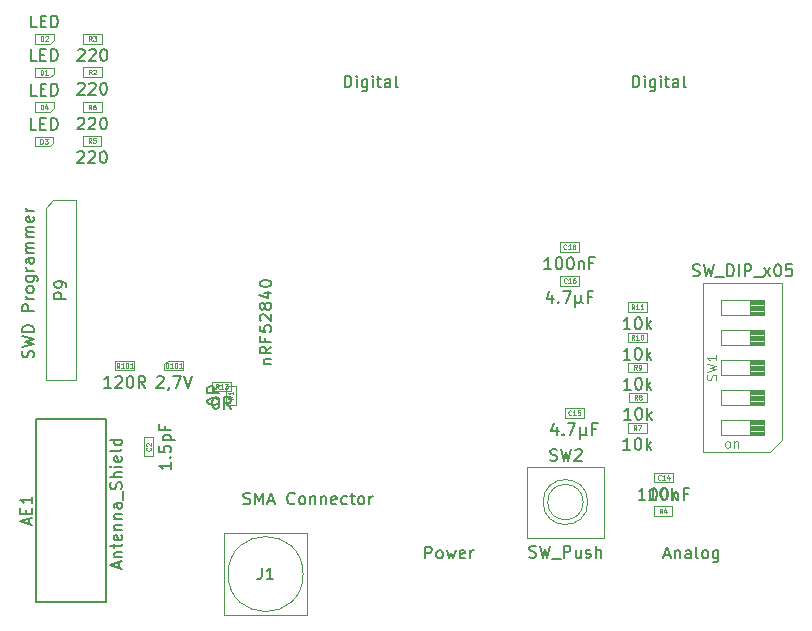
<source format=gbr>
%TF.GenerationSoftware,KiCad,Pcbnew,(5.1.7)-1*%
%TF.CreationDate,2020-11-28T10:02:44+01:00*%
%TF.ProjectId,Rhizo_Receiver_Shield,5268697a-6f5f-4526-9563-65697665725f,rev?*%
%TF.SameCoordinates,Original*%
%TF.FileFunction,Other,Fab,Top*%
%FSLAX46Y46*%
G04 Gerber Fmt 4.6, Leading zero omitted, Abs format (unit mm)*
G04 Created by KiCad (PCBNEW (5.1.7)-1) date 2020-11-28 10:02:44*
%MOMM*%
%LPD*%
G01*
G04 APERTURE LIST*
%ADD10C,0.100000*%
%ADD11C,0.150000*%
%ADD12C,0.060000*%
%ADD13C,0.120000*%
G04 APERTURE END LIST*
D10*
%TO.C,P9*%
X113731040Y-90528140D02*
X114366040Y-89893140D01*
X113731040Y-105133140D02*
X113731040Y-90528140D01*
X116271040Y-105133140D02*
X113731040Y-105133140D01*
X116271040Y-89893140D02*
X116271040Y-105133140D01*
X114366040Y-89893140D02*
X116271040Y-89893140D01*
%TO.C,C18*%
X158859120Y-94240300D02*
X157259120Y-94240300D01*
X158859120Y-93440300D02*
X158859120Y-94240300D01*
X157259120Y-93440300D02*
X158859120Y-93440300D01*
X157259120Y-94240300D02*
X157259120Y-93440300D01*
%TO.C,C16*%
X158880880Y-97113040D02*
X157280880Y-97113040D01*
X158880880Y-96313040D02*
X158880880Y-97113040D01*
X157280880Y-96313040D02*
X158880880Y-96313040D01*
X157280880Y-97113040D02*
X157280880Y-96313040D01*
%TO.C,C15*%
X159270600Y-108306820D02*
X157670600Y-108306820D01*
X159270600Y-107506820D02*
X159270600Y-108306820D01*
X157670600Y-107506820D02*
X159270600Y-107506820D01*
X157670600Y-108306820D02*
X157670600Y-107506820D01*
%TO.C,C14*%
X166837260Y-113775440D02*
X165237260Y-113775440D01*
X166837260Y-112975440D02*
X166837260Y-113775440D01*
X165237260Y-112975440D02*
X166837260Y-112975440D01*
X165237260Y-113775440D02*
X165237260Y-112975440D01*
%TO.C,C2*%
X122838160Y-109978460D02*
X122838160Y-111578460D01*
X122038160Y-109978460D02*
X122838160Y-109978460D01*
X122038160Y-111578460D02*
X122038160Y-109978460D01*
X122838160Y-111578460D02*
X122038160Y-111578460D01*
%TO.C,J1*%
X135834000Y-118039000D02*
X135834000Y-125039000D01*
X128834000Y-125039000D02*
X135834000Y-125039000D01*
X128834000Y-118039000D02*
X128834000Y-125039000D01*
X128834000Y-118039000D02*
X135834000Y-118039000D01*
X135509000Y-121539000D02*
G75*
G03*
X135509000Y-121539000I-3175000J0D01*
G01*
%TO.C,SW2*%
X159220240Y-115446560D02*
G75*
G03*
X159220240Y-115446560I-1500000J0D01*
G01*
X159620240Y-115446560D02*
G75*
G03*
X159620240Y-115446560I-1900000J0D01*
G01*
X154470240Y-118446560D02*
X154470240Y-112446560D01*
X160970240Y-118446560D02*
X154470240Y-118446560D01*
X160970240Y-112446560D02*
X160970240Y-118446560D01*
X154470240Y-112446560D02*
X160970240Y-112446560D01*
%TO.C,SW1*%
X173325873Y-99618800D02*
X173325873Y-98348800D01*
X174532540Y-98418800D02*
X173325873Y-98418800D01*
X174532540Y-98518800D02*
X173325873Y-98518800D01*
X174532540Y-98618800D02*
X173325873Y-98618800D01*
X174532540Y-98718800D02*
X173325873Y-98718800D01*
X174532540Y-98818800D02*
X173325873Y-98818800D01*
X174532540Y-98918800D02*
X173325873Y-98918800D01*
X174532540Y-99018800D02*
X173325873Y-99018800D01*
X174532540Y-99118800D02*
X173325873Y-99118800D01*
X174532540Y-99218800D02*
X173325873Y-99218800D01*
X174532540Y-99318800D02*
X173325873Y-99318800D01*
X174532540Y-99418800D02*
X173325873Y-99418800D01*
X174532540Y-99518800D02*
X173325873Y-99518800D01*
X170912540Y-99618800D02*
X174532540Y-99618800D01*
X170912540Y-98348800D02*
X170912540Y-99618800D01*
X174532540Y-98348800D02*
X170912540Y-98348800D01*
X174532540Y-99618800D02*
X174532540Y-98348800D01*
X173325873Y-102158800D02*
X173325873Y-100888800D01*
X174532540Y-100958800D02*
X173325873Y-100958800D01*
X174532540Y-101058800D02*
X173325873Y-101058800D01*
X174532540Y-101158800D02*
X173325873Y-101158800D01*
X174532540Y-101258800D02*
X173325873Y-101258800D01*
X174532540Y-101358800D02*
X173325873Y-101358800D01*
X174532540Y-101458800D02*
X173325873Y-101458800D01*
X174532540Y-101558800D02*
X173325873Y-101558800D01*
X174532540Y-101658800D02*
X173325873Y-101658800D01*
X174532540Y-101758800D02*
X173325873Y-101758800D01*
X174532540Y-101858800D02*
X173325873Y-101858800D01*
X174532540Y-101958800D02*
X173325873Y-101958800D01*
X174532540Y-102058800D02*
X173325873Y-102058800D01*
X170912540Y-102158800D02*
X174532540Y-102158800D01*
X170912540Y-100888800D02*
X170912540Y-102158800D01*
X174532540Y-100888800D02*
X170912540Y-100888800D01*
X174532540Y-102158800D02*
X174532540Y-100888800D01*
X173325873Y-104698800D02*
X173325873Y-103428800D01*
X174532540Y-103498800D02*
X173325873Y-103498800D01*
X174532540Y-103598800D02*
X173325873Y-103598800D01*
X174532540Y-103698800D02*
X173325873Y-103698800D01*
X174532540Y-103798800D02*
X173325873Y-103798800D01*
X174532540Y-103898800D02*
X173325873Y-103898800D01*
X174532540Y-103998800D02*
X173325873Y-103998800D01*
X174532540Y-104098800D02*
X173325873Y-104098800D01*
X174532540Y-104198800D02*
X173325873Y-104198800D01*
X174532540Y-104298800D02*
X173325873Y-104298800D01*
X174532540Y-104398800D02*
X173325873Y-104398800D01*
X174532540Y-104498800D02*
X173325873Y-104498800D01*
X174532540Y-104598800D02*
X173325873Y-104598800D01*
X170912540Y-104698800D02*
X174532540Y-104698800D01*
X170912540Y-103428800D02*
X170912540Y-104698800D01*
X174532540Y-103428800D02*
X170912540Y-103428800D01*
X174532540Y-104698800D02*
X174532540Y-103428800D01*
X173325873Y-107238800D02*
X173325873Y-105968800D01*
X174532540Y-106038800D02*
X173325873Y-106038800D01*
X174532540Y-106138800D02*
X173325873Y-106138800D01*
X174532540Y-106238800D02*
X173325873Y-106238800D01*
X174532540Y-106338800D02*
X173325873Y-106338800D01*
X174532540Y-106438800D02*
X173325873Y-106438800D01*
X174532540Y-106538800D02*
X173325873Y-106538800D01*
X174532540Y-106638800D02*
X173325873Y-106638800D01*
X174532540Y-106738800D02*
X173325873Y-106738800D01*
X174532540Y-106838800D02*
X173325873Y-106838800D01*
X174532540Y-106938800D02*
X173325873Y-106938800D01*
X174532540Y-107038800D02*
X173325873Y-107038800D01*
X174532540Y-107138800D02*
X173325873Y-107138800D01*
X170912540Y-107238800D02*
X174532540Y-107238800D01*
X170912540Y-105968800D02*
X170912540Y-107238800D01*
X174532540Y-105968800D02*
X170912540Y-105968800D01*
X174532540Y-107238800D02*
X174532540Y-105968800D01*
X173325873Y-109778800D02*
X173325873Y-108508800D01*
X174532540Y-108578800D02*
X173325873Y-108578800D01*
X174532540Y-108678800D02*
X173325873Y-108678800D01*
X174532540Y-108778800D02*
X173325873Y-108778800D01*
X174532540Y-108878800D02*
X173325873Y-108878800D01*
X174532540Y-108978800D02*
X173325873Y-108978800D01*
X174532540Y-109078800D02*
X173325873Y-109078800D01*
X174532540Y-109178800D02*
X173325873Y-109178800D01*
X174532540Y-109278800D02*
X173325873Y-109278800D01*
X174532540Y-109378800D02*
X173325873Y-109378800D01*
X174532540Y-109478800D02*
X173325873Y-109478800D01*
X174532540Y-109578800D02*
X173325873Y-109578800D01*
X174532540Y-109678800D02*
X173325873Y-109678800D01*
X170912540Y-109778800D02*
X174532540Y-109778800D01*
X170912540Y-108508800D02*
X170912540Y-109778800D01*
X174532540Y-108508800D02*
X170912540Y-108508800D01*
X174532540Y-109778800D02*
X174532540Y-108508800D01*
X176072540Y-110193800D02*
X175072540Y-111193800D01*
X176072540Y-96933800D02*
X176072540Y-110193800D01*
X169372540Y-96933800D02*
X176072540Y-96933800D01*
X169372540Y-111193800D02*
X169372540Y-96933800D01*
X175072540Y-111193800D02*
X169372540Y-111193800D01*
%TO.C,R101*%
X121210740Y-104306120D02*
X119610740Y-104306120D01*
X121210740Y-103481120D02*
X121210740Y-104306120D01*
X119610740Y-103481120D02*
X121210740Y-103481120D01*
X119610740Y-104306120D02*
X119610740Y-103481120D01*
%TO.C,R13*%
X129420020Y-106084120D02*
X127820020Y-106084120D01*
X129420020Y-105259120D02*
X129420020Y-106084120D01*
X127820020Y-105259120D02*
X129420020Y-105259120D01*
X127820020Y-106084120D02*
X127820020Y-105259120D01*
%TO.C,R11*%
X163004100Y-99348040D02*
X163004100Y-98523040D01*
X163004100Y-98523040D02*
X164604100Y-98523040D01*
X164604100Y-98523040D02*
X164604100Y-99348040D01*
X164604100Y-99348040D02*
X163004100Y-99348040D01*
%TO.C,R10*%
X164604600Y-101926140D02*
X163004600Y-101926140D01*
X164604600Y-101101140D02*
X164604600Y-101926140D01*
X163004600Y-101101140D02*
X164604600Y-101101140D01*
X163004600Y-101926140D02*
X163004600Y-101101140D01*
%TO.C,R9*%
X164632540Y-104461060D02*
X163032540Y-104461060D01*
X164632540Y-103636060D02*
X164632540Y-104461060D01*
X163032540Y-103636060D02*
X164632540Y-103636060D01*
X163032540Y-104461060D02*
X163032540Y-103636060D01*
%TO.C,R8*%
X164665560Y-107003600D02*
X163065560Y-107003600D01*
X164665560Y-106178600D02*
X164665560Y-107003600D01*
X163065560Y-106178600D02*
X164665560Y-106178600D01*
X163065560Y-107003600D02*
X163065560Y-106178600D01*
%TO.C,R7*%
X163002560Y-109558840D02*
X163002560Y-108733840D01*
X163002560Y-108733840D02*
X164602560Y-108733840D01*
X164602560Y-108733840D02*
X164602560Y-109558840D01*
X164602560Y-109558840D02*
X163002560Y-109558840D01*
%TO.C,R6*%
X118447220Y-82431640D02*
X116847220Y-82431640D01*
X118447220Y-81606640D02*
X118447220Y-82431640D01*
X116847220Y-81606640D02*
X118447220Y-81606640D01*
X116847220Y-82431640D02*
X116847220Y-81606640D01*
%TO.C,R5*%
X118439600Y-85266280D02*
X116839600Y-85266280D01*
X118439600Y-84441280D02*
X118439600Y-85266280D01*
X116839600Y-84441280D02*
X118439600Y-84441280D01*
X116839600Y-85266280D02*
X116839600Y-84441280D01*
%TO.C,R4*%
X165181880Y-115812820D02*
X166781880Y-115812820D01*
X165181880Y-116637820D02*
X165181880Y-115812820D01*
X166781880Y-116637820D02*
X165181880Y-116637820D01*
X166781880Y-115812820D02*
X166781880Y-116637820D01*
%TO.C,R3*%
X118475160Y-76627740D02*
X116875160Y-76627740D01*
X118475160Y-75802740D02*
X118475160Y-76627740D01*
X116875160Y-75802740D02*
X118475160Y-75802740D01*
X116875160Y-76627740D02*
X116875160Y-75802740D01*
%TO.C,R2*%
X118472620Y-79472540D02*
X116872620Y-79472540D01*
X118472620Y-78647540D02*
X118472620Y-79472540D01*
X116872620Y-78647540D02*
X118472620Y-78647540D01*
X116872620Y-79472540D02*
X116872620Y-78647540D01*
%TO.C,R1*%
X128977640Y-107223460D02*
X128977640Y-105623460D01*
X129802640Y-107223460D02*
X128977640Y-107223460D01*
X129802640Y-105623460D02*
X129802640Y-107223460D01*
X128977640Y-105623460D02*
X129802640Y-105623460D01*
%TO.C,D101*%
X125359160Y-104293620D02*
X125359160Y-103493620D01*
X123759160Y-104293620D02*
X125359160Y-104293620D01*
X123759160Y-103793620D02*
X123759160Y-104293620D01*
X124059160Y-103493620D02*
X123759160Y-103793620D01*
X125359160Y-103493620D02*
X124059160Y-103493620D01*
%TO.C,D4*%
X112788700Y-81608980D02*
X112788700Y-82408980D01*
X114388700Y-81608980D02*
X112788700Y-81608980D01*
X114388700Y-82108980D02*
X114388700Y-81608980D01*
X114088700Y-82408980D02*
X114388700Y-82108980D01*
X112788700Y-82408980D02*
X114088700Y-82408980D01*
%TO.C,D3*%
X112770920Y-84522360D02*
X112770920Y-85322360D01*
X114370920Y-84522360D02*
X112770920Y-84522360D01*
X114370920Y-85022360D02*
X114370920Y-84522360D01*
X114070920Y-85322360D02*
X114370920Y-85022360D01*
X112770920Y-85322360D02*
X114070920Y-85322360D01*
%TO.C,D2*%
X112796320Y-75827940D02*
X112796320Y-76627940D01*
X114396320Y-75827940D02*
X112796320Y-75827940D01*
X114396320Y-76327940D02*
X114396320Y-75827940D01*
X114096320Y-76627940D02*
X114396320Y-76327940D01*
X112796320Y-76627940D02*
X114096320Y-76627940D01*
%TO.C,D1*%
X112783820Y-78677820D02*
X112783820Y-79477820D01*
X114383820Y-78677820D02*
X112783820Y-78677820D01*
X114383820Y-79177820D02*
X114383820Y-78677820D01*
X114083820Y-79477820D02*
X114383820Y-79177820D01*
X112783820Y-79477820D02*
X114083820Y-79477820D01*
D11*
%TO.C,AE1*%
X112908780Y-108412680D02*
X112908780Y-123912680D01*
X118858780Y-123912680D02*
X118858780Y-108412680D01*
X118858780Y-108412680D02*
X112908780Y-108412680D01*
X112908780Y-123912680D02*
X118858780Y-123912680D01*
%TD*%
%TO.C,P9*%
X112672761Y-103186714D02*
X112720380Y-103043857D01*
X112720380Y-102805761D01*
X112672761Y-102710523D01*
X112625142Y-102662904D01*
X112529904Y-102615285D01*
X112434666Y-102615285D01*
X112339428Y-102662904D01*
X112291809Y-102710523D01*
X112244190Y-102805761D01*
X112196571Y-102996238D01*
X112148952Y-103091476D01*
X112101333Y-103139095D01*
X112006095Y-103186714D01*
X111910857Y-103186714D01*
X111815619Y-103139095D01*
X111768000Y-103091476D01*
X111720380Y-102996238D01*
X111720380Y-102758142D01*
X111768000Y-102615285D01*
X111720380Y-102281952D02*
X112720380Y-102043857D01*
X112006095Y-101853380D01*
X112720380Y-101662904D01*
X111720380Y-101424809D01*
X112720380Y-101043857D02*
X111720380Y-101043857D01*
X111720380Y-100805761D01*
X111768000Y-100662904D01*
X111863238Y-100567666D01*
X111958476Y-100520047D01*
X112148952Y-100472428D01*
X112291809Y-100472428D01*
X112482285Y-100520047D01*
X112577523Y-100567666D01*
X112672761Y-100662904D01*
X112720380Y-100805761D01*
X112720380Y-101043857D01*
X112720380Y-99281952D02*
X111720380Y-99281952D01*
X111720380Y-98901000D01*
X111768000Y-98805761D01*
X111815619Y-98758142D01*
X111910857Y-98710523D01*
X112053714Y-98710523D01*
X112148952Y-98758142D01*
X112196571Y-98805761D01*
X112244190Y-98901000D01*
X112244190Y-99281952D01*
X112720380Y-98281952D02*
X112053714Y-98281952D01*
X112244190Y-98281952D02*
X112148952Y-98234333D01*
X112101333Y-98186714D01*
X112053714Y-98091476D01*
X112053714Y-97996238D01*
X112720380Y-97520047D02*
X112672761Y-97615285D01*
X112625142Y-97662904D01*
X112529904Y-97710523D01*
X112244190Y-97710523D01*
X112148952Y-97662904D01*
X112101333Y-97615285D01*
X112053714Y-97520047D01*
X112053714Y-97377190D01*
X112101333Y-97281952D01*
X112148952Y-97234333D01*
X112244190Y-97186714D01*
X112529904Y-97186714D01*
X112625142Y-97234333D01*
X112672761Y-97281952D01*
X112720380Y-97377190D01*
X112720380Y-97520047D01*
X112053714Y-96329571D02*
X112863238Y-96329571D01*
X112958476Y-96377190D01*
X113006095Y-96424809D01*
X113053714Y-96520047D01*
X113053714Y-96662904D01*
X113006095Y-96758142D01*
X112672761Y-96329571D02*
X112720380Y-96424809D01*
X112720380Y-96615285D01*
X112672761Y-96710523D01*
X112625142Y-96758142D01*
X112529904Y-96805761D01*
X112244190Y-96805761D01*
X112148952Y-96758142D01*
X112101333Y-96710523D01*
X112053714Y-96615285D01*
X112053714Y-96424809D01*
X112101333Y-96329571D01*
X112720380Y-95853380D02*
X112053714Y-95853380D01*
X112244190Y-95853380D02*
X112148952Y-95805761D01*
X112101333Y-95758142D01*
X112053714Y-95662904D01*
X112053714Y-95567666D01*
X112720380Y-94805761D02*
X112196571Y-94805761D01*
X112101333Y-94853380D01*
X112053714Y-94948619D01*
X112053714Y-95139095D01*
X112101333Y-95234333D01*
X112672761Y-94805761D02*
X112720380Y-94901000D01*
X112720380Y-95139095D01*
X112672761Y-95234333D01*
X112577523Y-95281952D01*
X112482285Y-95281952D01*
X112387047Y-95234333D01*
X112339428Y-95139095D01*
X112339428Y-94901000D01*
X112291809Y-94805761D01*
X112720380Y-94329571D02*
X112053714Y-94329571D01*
X112148952Y-94329571D02*
X112101333Y-94281952D01*
X112053714Y-94186714D01*
X112053714Y-94043857D01*
X112101333Y-93948619D01*
X112196571Y-93901000D01*
X112720380Y-93901000D01*
X112196571Y-93901000D02*
X112101333Y-93853380D01*
X112053714Y-93758142D01*
X112053714Y-93615285D01*
X112101333Y-93520047D01*
X112196571Y-93472428D01*
X112720380Y-93472428D01*
X112720380Y-92996238D02*
X112053714Y-92996238D01*
X112148952Y-92996238D02*
X112101333Y-92948619D01*
X112053714Y-92853380D01*
X112053714Y-92710523D01*
X112101333Y-92615285D01*
X112196571Y-92567666D01*
X112720380Y-92567666D01*
X112196571Y-92567666D02*
X112101333Y-92520047D01*
X112053714Y-92424809D01*
X112053714Y-92281952D01*
X112101333Y-92186714D01*
X112196571Y-92139095D01*
X112720380Y-92139095D01*
X112672761Y-91281952D02*
X112720380Y-91377190D01*
X112720380Y-91567666D01*
X112672761Y-91662904D01*
X112577523Y-91710523D01*
X112196571Y-91710523D01*
X112101333Y-91662904D01*
X112053714Y-91567666D01*
X112053714Y-91377190D01*
X112101333Y-91281952D01*
X112196571Y-91234333D01*
X112291809Y-91234333D01*
X112387047Y-91710523D01*
X112720380Y-90805761D02*
X112053714Y-90805761D01*
X112244190Y-90805761D02*
X112148952Y-90758142D01*
X112101333Y-90710523D01*
X112053714Y-90615285D01*
X112053714Y-90520047D01*
X115453420Y-98251235D02*
X114453420Y-98251235D01*
X114453420Y-97870282D01*
X114501040Y-97775044D01*
X114548659Y-97727425D01*
X114643897Y-97679806D01*
X114786754Y-97679806D01*
X114881992Y-97727425D01*
X114929611Y-97775044D01*
X114977230Y-97870282D01*
X114977230Y-98251235D01*
X115453420Y-97203616D02*
X115453420Y-97013140D01*
X115405801Y-96917901D01*
X115358182Y-96870282D01*
X115215325Y-96775044D01*
X115024849Y-96727425D01*
X114643897Y-96727425D01*
X114548659Y-96775044D01*
X114501040Y-96822663D01*
X114453420Y-96917901D01*
X114453420Y-97108378D01*
X114501040Y-97203616D01*
X114548659Y-97251235D01*
X114643897Y-97298854D01*
X114881992Y-97298854D01*
X114977230Y-97251235D01*
X115024849Y-97203616D01*
X115072468Y-97108378D01*
X115072468Y-96917901D01*
X115024849Y-96822663D01*
X114977230Y-96775044D01*
X114881992Y-96727425D01*
%TO.C,C18*%
X156511500Y-95722680D02*
X155940072Y-95722680D01*
X156225786Y-95722680D02*
X156225786Y-94722680D01*
X156130548Y-94865538D01*
X156035310Y-94960776D01*
X155940072Y-95008395D01*
X157130548Y-94722680D02*
X157225786Y-94722680D01*
X157321024Y-94770300D01*
X157368643Y-94817919D01*
X157416262Y-94913157D01*
X157463881Y-95103633D01*
X157463881Y-95341728D01*
X157416262Y-95532204D01*
X157368643Y-95627442D01*
X157321024Y-95675061D01*
X157225786Y-95722680D01*
X157130548Y-95722680D01*
X157035310Y-95675061D01*
X156987691Y-95627442D01*
X156940072Y-95532204D01*
X156892453Y-95341728D01*
X156892453Y-95103633D01*
X156940072Y-94913157D01*
X156987691Y-94817919D01*
X157035310Y-94770300D01*
X157130548Y-94722680D01*
X158082929Y-94722680D02*
X158178167Y-94722680D01*
X158273405Y-94770300D01*
X158321024Y-94817919D01*
X158368643Y-94913157D01*
X158416262Y-95103633D01*
X158416262Y-95341728D01*
X158368643Y-95532204D01*
X158321024Y-95627442D01*
X158273405Y-95675061D01*
X158178167Y-95722680D01*
X158082929Y-95722680D01*
X157987691Y-95675061D01*
X157940072Y-95627442D01*
X157892453Y-95532204D01*
X157844834Y-95341728D01*
X157844834Y-95103633D01*
X157892453Y-94913157D01*
X157940072Y-94817919D01*
X157987691Y-94770300D01*
X158082929Y-94722680D01*
X158844834Y-95056014D02*
X158844834Y-95722680D01*
X158844834Y-95151252D02*
X158892453Y-95103633D01*
X158987691Y-95056014D01*
X159130548Y-95056014D01*
X159225786Y-95103633D01*
X159273405Y-95198871D01*
X159273405Y-95722680D01*
X160082929Y-95198871D02*
X159749596Y-95198871D01*
X159749596Y-95722680D02*
X159749596Y-94722680D01*
X160225786Y-94722680D01*
D12*
X157801977Y-93983157D02*
X157782929Y-94002204D01*
X157725786Y-94021252D01*
X157687691Y-94021252D01*
X157630548Y-94002204D01*
X157592453Y-93964109D01*
X157573405Y-93926014D01*
X157554358Y-93849823D01*
X157554358Y-93792680D01*
X157573405Y-93716490D01*
X157592453Y-93678395D01*
X157630548Y-93640300D01*
X157687691Y-93621252D01*
X157725786Y-93621252D01*
X157782929Y-93640300D01*
X157801977Y-93659347D01*
X158182929Y-94021252D02*
X157954358Y-94021252D01*
X158068643Y-94021252D02*
X158068643Y-93621252D01*
X158030548Y-93678395D01*
X157992453Y-93716490D01*
X157954358Y-93735538D01*
X158411500Y-93792680D02*
X158373405Y-93773633D01*
X158354358Y-93754585D01*
X158335310Y-93716490D01*
X158335310Y-93697442D01*
X158354358Y-93659347D01*
X158373405Y-93640300D01*
X158411500Y-93621252D01*
X158487691Y-93621252D01*
X158525786Y-93640300D01*
X158544834Y-93659347D01*
X158563881Y-93697442D01*
X158563881Y-93716490D01*
X158544834Y-93754585D01*
X158525786Y-93773633D01*
X158487691Y-93792680D01*
X158411500Y-93792680D01*
X158373405Y-93811728D01*
X158354358Y-93830776D01*
X158335310Y-93868871D01*
X158335310Y-93945061D01*
X158354358Y-93983157D01*
X158373405Y-94002204D01*
X158411500Y-94021252D01*
X158487691Y-94021252D01*
X158525786Y-94002204D01*
X158544834Y-93983157D01*
X158563881Y-93945061D01*
X158563881Y-93868871D01*
X158544834Y-93830776D01*
X158525786Y-93811728D01*
X158487691Y-93792680D01*
%TO.C,C16*%
D11*
X156604689Y-97928754D02*
X156604689Y-98595420D01*
X156366594Y-97547801D02*
X156128499Y-98262087D01*
X156747546Y-98262087D01*
X157128499Y-98500182D02*
X157176118Y-98547801D01*
X157128499Y-98595420D01*
X157080880Y-98547801D01*
X157128499Y-98500182D01*
X157128499Y-98595420D01*
X157509451Y-97595420D02*
X158176118Y-97595420D01*
X157747546Y-98595420D01*
X158557070Y-97928754D02*
X158557070Y-98928754D01*
X159033260Y-98452563D02*
X159080880Y-98547801D01*
X159176118Y-98595420D01*
X158557070Y-98452563D02*
X158604689Y-98547801D01*
X158699927Y-98595420D01*
X158890403Y-98595420D01*
X158985641Y-98547801D01*
X159033260Y-98452563D01*
X159033260Y-97928754D01*
X159938022Y-98071611D02*
X159604689Y-98071611D01*
X159604689Y-98595420D02*
X159604689Y-97595420D01*
X160080880Y-97595420D01*
D12*
X157823737Y-96855897D02*
X157804689Y-96874944D01*
X157747546Y-96893992D01*
X157709451Y-96893992D01*
X157652308Y-96874944D01*
X157614213Y-96836849D01*
X157595165Y-96798754D01*
X157576118Y-96722563D01*
X157576118Y-96665420D01*
X157595165Y-96589230D01*
X157614213Y-96551135D01*
X157652308Y-96513040D01*
X157709451Y-96493992D01*
X157747546Y-96493992D01*
X157804689Y-96513040D01*
X157823737Y-96532087D01*
X158204689Y-96893992D02*
X157976118Y-96893992D01*
X158090403Y-96893992D02*
X158090403Y-96493992D01*
X158052308Y-96551135D01*
X158014213Y-96589230D01*
X157976118Y-96608278D01*
X158547546Y-96493992D02*
X158471356Y-96493992D01*
X158433260Y-96513040D01*
X158414213Y-96532087D01*
X158376118Y-96589230D01*
X158357070Y-96665420D01*
X158357070Y-96817801D01*
X158376118Y-96855897D01*
X158395165Y-96874944D01*
X158433260Y-96893992D01*
X158509451Y-96893992D01*
X158547546Y-96874944D01*
X158566594Y-96855897D01*
X158585641Y-96817801D01*
X158585641Y-96722563D01*
X158566594Y-96684468D01*
X158547546Y-96665420D01*
X158509451Y-96646373D01*
X158433260Y-96646373D01*
X158395165Y-96665420D01*
X158376118Y-96684468D01*
X158357070Y-96722563D01*
%TO.C,C15*%
D11*
X156994409Y-109122534D02*
X156994409Y-109789200D01*
X156756314Y-108741581D02*
X156518219Y-109455867D01*
X157137266Y-109455867D01*
X157518219Y-109693962D02*
X157565838Y-109741581D01*
X157518219Y-109789200D01*
X157470600Y-109741581D01*
X157518219Y-109693962D01*
X157518219Y-109789200D01*
X157899171Y-108789200D02*
X158565838Y-108789200D01*
X158137266Y-109789200D01*
X158946790Y-109122534D02*
X158946790Y-110122534D01*
X159422980Y-109646343D02*
X159470600Y-109741581D01*
X159565838Y-109789200D01*
X158946790Y-109646343D02*
X158994409Y-109741581D01*
X159089647Y-109789200D01*
X159280123Y-109789200D01*
X159375361Y-109741581D01*
X159422980Y-109646343D01*
X159422980Y-109122534D01*
X160327742Y-109265391D02*
X159994409Y-109265391D01*
X159994409Y-109789200D02*
X159994409Y-108789200D01*
X160470600Y-108789200D01*
D12*
X158213457Y-108049677D02*
X158194409Y-108068724D01*
X158137266Y-108087772D01*
X158099171Y-108087772D01*
X158042028Y-108068724D01*
X158003933Y-108030629D01*
X157984885Y-107992534D01*
X157965838Y-107916343D01*
X157965838Y-107859200D01*
X157984885Y-107783010D01*
X158003933Y-107744915D01*
X158042028Y-107706820D01*
X158099171Y-107687772D01*
X158137266Y-107687772D01*
X158194409Y-107706820D01*
X158213457Y-107725867D01*
X158594409Y-108087772D02*
X158365838Y-108087772D01*
X158480123Y-108087772D02*
X158480123Y-107687772D01*
X158442028Y-107744915D01*
X158403933Y-107783010D01*
X158365838Y-107802058D01*
X158956314Y-107687772D02*
X158765838Y-107687772D01*
X158746790Y-107878248D01*
X158765838Y-107859200D01*
X158803933Y-107840153D01*
X158899171Y-107840153D01*
X158937266Y-107859200D01*
X158956314Y-107878248D01*
X158975361Y-107916343D01*
X158975361Y-108011581D01*
X158956314Y-108049677D01*
X158937266Y-108068724D01*
X158899171Y-108087772D01*
X158803933Y-108087772D01*
X158765838Y-108068724D01*
X158746790Y-108049677D01*
%TO.C,C14*%
D11*
X164489640Y-115257820D02*
X163918212Y-115257820D01*
X164203926Y-115257820D02*
X164203926Y-114257820D01*
X164108688Y-114400678D01*
X164013450Y-114495916D01*
X163918212Y-114543535D01*
X165108688Y-114257820D02*
X165203926Y-114257820D01*
X165299164Y-114305440D01*
X165346783Y-114353059D01*
X165394402Y-114448297D01*
X165442021Y-114638773D01*
X165442021Y-114876868D01*
X165394402Y-115067344D01*
X165346783Y-115162582D01*
X165299164Y-115210201D01*
X165203926Y-115257820D01*
X165108688Y-115257820D01*
X165013450Y-115210201D01*
X164965831Y-115162582D01*
X164918212Y-115067344D01*
X164870593Y-114876868D01*
X164870593Y-114638773D01*
X164918212Y-114448297D01*
X164965831Y-114353059D01*
X165013450Y-114305440D01*
X165108688Y-114257820D01*
X166061069Y-114257820D02*
X166156307Y-114257820D01*
X166251545Y-114305440D01*
X166299164Y-114353059D01*
X166346783Y-114448297D01*
X166394402Y-114638773D01*
X166394402Y-114876868D01*
X166346783Y-115067344D01*
X166299164Y-115162582D01*
X166251545Y-115210201D01*
X166156307Y-115257820D01*
X166061069Y-115257820D01*
X165965831Y-115210201D01*
X165918212Y-115162582D01*
X165870593Y-115067344D01*
X165822974Y-114876868D01*
X165822974Y-114638773D01*
X165870593Y-114448297D01*
X165918212Y-114353059D01*
X165965831Y-114305440D01*
X166061069Y-114257820D01*
X166822974Y-114591154D02*
X166822974Y-115257820D01*
X166822974Y-114686392D02*
X166870593Y-114638773D01*
X166965831Y-114591154D01*
X167108688Y-114591154D01*
X167203926Y-114638773D01*
X167251545Y-114734011D01*
X167251545Y-115257820D01*
X168061069Y-114734011D02*
X167727736Y-114734011D01*
X167727736Y-115257820D02*
X167727736Y-114257820D01*
X168203926Y-114257820D01*
D12*
X165780117Y-113518297D02*
X165761069Y-113537344D01*
X165703926Y-113556392D01*
X165665831Y-113556392D01*
X165608688Y-113537344D01*
X165570593Y-113499249D01*
X165551545Y-113461154D01*
X165532498Y-113384963D01*
X165532498Y-113327820D01*
X165551545Y-113251630D01*
X165570593Y-113213535D01*
X165608688Y-113175440D01*
X165665831Y-113156392D01*
X165703926Y-113156392D01*
X165761069Y-113175440D01*
X165780117Y-113194487D01*
X166161069Y-113556392D02*
X165932498Y-113556392D01*
X166046783Y-113556392D02*
X166046783Y-113156392D01*
X166008688Y-113213535D01*
X165970593Y-113251630D01*
X165932498Y-113270678D01*
X166503926Y-113289725D02*
X166503926Y-113556392D01*
X166408688Y-113137344D02*
X166313450Y-113423059D01*
X166561069Y-113423059D01*
%TO.C,C2*%
D11*
X124320540Y-112087983D02*
X124320540Y-112659412D01*
X124320540Y-112373698D02*
X123320540Y-112373698D01*
X123463398Y-112468936D01*
X123558636Y-112564174D01*
X123606255Y-112659412D01*
X124225302Y-111659412D02*
X124272921Y-111611793D01*
X124320540Y-111659412D01*
X124272921Y-111707031D01*
X124225302Y-111659412D01*
X124320540Y-111659412D01*
X123320540Y-110707031D02*
X123320540Y-111183221D01*
X123796731Y-111230840D01*
X123749112Y-111183221D01*
X123701493Y-111087983D01*
X123701493Y-110849888D01*
X123749112Y-110754650D01*
X123796731Y-110707031D01*
X123891969Y-110659412D01*
X124130064Y-110659412D01*
X124225302Y-110707031D01*
X124272921Y-110754650D01*
X124320540Y-110849888D01*
X124320540Y-111087983D01*
X124272921Y-111183221D01*
X124225302Y-111230840D01*
X123653874Y-110230840D02*
X124653874Y-110230840D01*
X123701493Y-110230840D02*
X123653874Y-110135602D01*
X123653874Y-109945126D01*
X123701493Y-109849888D01*
X123749112Y-109802269D01*
X123844350Y-109754650D01*
X124130064Y-109754650D01*
X124225302Y-109802269D01*
X124272921Y-109849888D01*
X124320540Y-109945126D01*
X124320540Y-110135602D01*
X124272921Y-110230840D01*
X123796731Y-108992745D02*
X123796731Y-109326079D01*
X124320540Y-109326079D02*
X123320540Y-109326079D01*
X123320540Y-108849888D01*
D12*
X122581017Y-110845126D02*
X122600064Y-110864174D01*
X122619112Y-110921317D01*
X122619112Y-110959412D01*
X122600064Y-111016555D01*
X122561969Y-111054650D01*
X122523874Y-111073698D01*
X122447683Y-111092745D01*
X122390540Y-111092745D01*
X122314350Y-111073698D01*
X122276255Y-111054650D01*
X122238160Y-111016555D01*
X122219112Y-110959412D01*
X122219112Y-110921317D01*
X122238160Y-110864174D01*
X122257207Y-110845126D01*
X122257207Y-110692745D02*
X122238160Y-110673698D01*
X122219112Y-110635602D01*
X122219112Y-110540364D01*
X122238160Y-110502269D01*
X122257207Y-110483221D01*
X122295302Y-110464174D01*
X122333398Y-110464174D01*
X122390540Y-110483221D01*
X122619112Y-110711793D01*
X122619112Y-110464174D01*
%TO.C,J1*%
D11*
X130461428Y-115593761D02*
X130604285Y-115641380D01*
X130842380Y-115641380D01*
X130937619Y-115593761D01*
X130985238Y-115546142D01*
X131032857Y-115450904D01*
X131032857Y-115355666D01*
X130985238Y-115260428D01*
X130937619Y-115212809D01*
X130842380Y-115165190D01*
X130651904Y-115117571D01*
X130556666Y-115069952D01*
X130509047Y-115022333D01*
X130461428Y-114927095D01*
X130461428Y-114831857D01*
X130509047Y-114736619D01*
X130556666Y-114689000D01*
X130651904Y-114641380D01*
X130890000Y-114641380D01*
X131032857Y-114689000D01*
X131461428Y-115641380D02*
X131461428Y-114641380D01*
X131794761Y-115355666D01*
X132128095Y-114641380D01*
X132128095Y-115641380D01*
X132556666Y-115355666D02*
X133032857Y-115355666D01*
X132461428Y-115641380D02*
X132794761Y-114641380D01*
X133128095Y-115641380D01*
X134794761Y-115546142D02*
X134747142Y-115593761D01*
X134604285Y-115641380D01*
X134509047Y-115641380D01*
X134366190Y-115593761D01*
X134270952Y-115498523D01*
X134223333Y-115403285D01*
X134175714Y-115212809D01*
X134175714Y-115069952D01*
X134223333Y-114879476D01*
X134270952Y-114784238D01*
X134366190Y-114689000D01*
X134509047Y-114641380D01*
X134604285Y-114641380D01*
X134747142Y-114689000D01*
X134794761Y-114736619D01*
X135366190Y-115641380D02*
X135270952Y-115593761D01*
X135223333Y-115546142D01*
X135175714Y-115450904D01*
X135175714Y-115165190D01*
X135223333Y-115069952D01*
X135270952Y-115022333D01*
X135366190Y-114974714D01*
X135509047Y-114974714D01*
X135604285Y-115022333D01*
X135651904Y-115069952D01*
X135699523Y-115165190D01*
X135699523Y-115450904D01*
X135651904Y-115546142D01*
X135604285Y-115593761D01*
X135509047Y-115641380D01*
X135366190Y-115641380D01*
X136128095Y-114974714D02*
X136128095Y-115641380D01*
X136128095Y-115069952D02*
X136175714Y-115022333D01*
X136270952Y-114974714D01*
X136413809Y-114974714D01*
X136509047Y-115022333D01*
X136556666Y-115117571D01*
X136556666Y-115641380D01*
X137032857Y-114974714D02*
X137032857Y-115641380D01*
X137032857Y-115069952D02*
X137080476Y-115022333D01*
X137175714Y-114974714D01*
X137318571Y-114974714D01*
X137413809Y-115022333D01*
X137461428Y-115117571D01*
X137461428Y-115641380D01*
X138318571Y-115593761D02*
X138223333Y-115641380D01*
X138032857Y-115641380D01*
X137937619Y-115593761D01*
X137890000Y-115498523D01*
X137890000Y-115117571D01*
X137937619Y-115022333D01*
X138032857Y-114974714D01*
X138223333Y-114974714D01*
X138318571Y-115022333D01*
X138366190Y-115117571D01*
X138366190Y-115212809D01*
X137890000Y-115308047D01*
X139223333Y-115593761D02*
X139128095Y-115641380D01*
X138937619Y-115641380D01*
X138842380Y-115593761D01*
X138794761Y-115546142D01*
X138747142Y-115450904D01*
X138747142Y-115165190D01*
X138794761Y-115069952D01*
X138842380Y-115022333D01*
X138937619Y-114974714D01*
X139128095Y-114974714D01*
X139223333Y-115022333D01*
X139509047Y-114974714D02*
X139890000Y-114974714D01*
X139651904Y-114641380D02*
X139651904Y-115498523D01*
X139699523Y-115593761D01*
X139794761Y-115641380D01*
X139890000Y-115641380D01*
X140366190Y-115641380D02*
X140270952Y-115593761D01*
X140223333Y-115546142D01*
X140175714Y-115450904D01*
X140175714Y-115165190D01*
X140223333Y-115069952D01*
X140270952Y-115022333D01*
X140366190Y-114974714D01*
X140509047Y-114974714D01*
X140604285Y-115022333D01*
X140651904Y-115069952D01*
X140699523Y-115165190D01*
X140699523Y-115450904D01*
X140651904Y-115546142D01*
X140604285Y-115593761D01*
X140509047Y-115641380D01*
X140366190Y-115641380D01*
X141128095Y-115641380D02*
X141128095Y-114974714D01*
X141128095Y-115165190D02*
X141175714Y-115069952D01*
X141223333Y-115022333D01*
X141318571Y-114974714D01*
X141413809Y-114974714D01*
X132000666Y-120991380D02*
X132000666Y-121705666D01*
X131953047Y-121848523D01*
X131857809Y-121943761D01*
X131714952Y-121991380D01*
X131619714Y-121991380D01*
X133000666Y-121991380D02*
X132429238Y-121991380D01*
X132714952Y-121991380D02*
X132714952Y-120991380D01*
X132619714Y-121134238D01*
X132524476Y-121229476D01*
X132429238Y-121277095D01*
%TO.C,U101*%
X132162994Y-103764749D02*
X132829660Y-103764749D01*
X132258232Y-103764749D02*
X132210613Y-103717130D01*
X132162994Y-103621892D01*
X132162994Y-103479035D01*
X132210613Y-103383797D01*
X132305851Y-103336178D01*
X132829660Y-103336178D01*
X132829660Y-102288559D02*
X132353470Y-102621892D01*
X132829660Y-102859987D02*
X131829660Y-102859987D01*
X131829660Y-102479035D01*
X131877280Y-102383797D01*
X131924899Y-102336178D01*
X132020137Y-102288559D01*
X132162994Y-102288559D01*
X132258232Y-102336178D01*
X132305851Y-102383797D01*
X132353470Y-102479035D01*
X132353470Y-102859987D01*
X132305851Y-101526654D02*
X132305851Y-101859987D01*
X132829660Y-101859987D02*
X131829660Y-101859987D01*
X131829660Y-101383797D01*
X131829660Y-100526654D02*
X131829660Y-101002844D01*
X132305851Y-101050463D01*
X132258232Y-101002844D01*
X132210613Y-100907606D01*
X132210613Y-100669511D01*
X132258232Y-100574273D01*
X132305851Y-100526654D01*
X132401089Y-100479035D01*
X132639184Y-100479035D01*
X132734422Y-100526654D01*
X132782041Y-100574273D01*
X132829660Y-100669511D01*
X132829660Y-100907606D01*
X132782041Y-101002844D01*
X132734422Y-101050463D01*
X131924899Y-100098082D02*
X131877280Y-100050463D01*
X131829660Y-99955225D01*
X131829660Y-99717130D01*
X131877280Y-99621892D01*
X131924899Y-99574273D01*
X132020137Y-99526654D01*
X132115375Y-99526654D01*
X132258232Y-99574273D01*
X132829660Y-100145701D01*
X132829660Y-99526654D01*
X132258232Y-98955225D02*
X132210613Y-99050463D01*
X132162994Y-99098082D01*
X132067756Y-99145701D01*
X132020137Y-99145701D01*
X131924899Y-99098082D01*
X131877280Y-99050463D01*
X131829660Y-98955225D01*
X131829660Y-98764749D01*
X131877280Y-98669511D01*
X131924899Y-98621892D01*
X132020137Y-98574273D01*
X132067756Y-98574273D01*
X132162994Y-98621892D01*
X132210613Y-98669511D01*
X132258232Y-98764749D01*
X132258232Y-98955225D01*
X132305851Y-99050463D01*
X132353470Y-99098082D01*
X132448708Y-99145701D01*
X132639184Y-99145701D01*
X132734422Y-99098082D01*
X132782041Y-99050463D01*
X132829660Y-98955225D01*
X132829660Y-98764749D01*
X132782041Y-98669511D01*
X132734422Y-98621892D01*
X132639184Y-98574273D01*
X132448708Y-98574273D01*
X132353470Y-98621892D01*
X132305851Y-98669511D01*
X132258232Y-98764749D01*
X132162994Y-97717130D02*
X132829660Y-97717130D01*
X131782041Y-97955225D02*
X132496327Y-98193320D01*
X132496327Y-97574273D01*
X131829660Y-97002844D02*
X131829660Y-96907606D01*
X131877280Y-96812368D01*
X131924899Y-96764749D01*
X132020137Y-96717130D01*
X132210613Y-96669511D01*
X132448708Y-96669511D01*
X132639184Y-96717130D01*
X132734422Y-96764749D01*
X132782041Y-96812368D01*
X132829660Y-96907606D01*
X132829660Y-97002844D01*
X132782041Y-97098082D01*
X132734422Y-97145701D01*
X132639184Y-97193320D01*
X132448708Y-97240940D01*
X132210613Y-97240940D01*
X132020137Y-97193320D01*
X131924899Y-97145701D01*
X131877280Y-97098082D01*
X131829660Y-97002844D01*
%TO.C,SW2*%
X154672620Y-120101321D02*
X154815478Y-120148940D01*
X155053573Y-120148940D01*
X155148811Y-120101321D01*
X155196430Y-120053702D01*
X155244049Y-119958464D01*
X155244049Y-119863226D01*
X155196430Y-119767988D01*
X155148811Y-119720369D01*
X155053573Y-119672750D01*
X154863097Y-119625131D01*
X154767859Y-119577512D01*
X154720240Y-119529893D01*
X154672620Y-119434655D01*
X154672620Y-119339417D01*
X154720240Y-119244179D01*
X154767859Y-119196560D01*
X154863097Y-119148940D01*
X155101192Y-119148940D01*
X155244049Y-119196560D01*
X155577382Y-119148940D02*
X155815478Y-120148940D01*
X156005954Y-119434655D01*
X156196430Y-120148940D01*
X156434525Y-119148940D01*
X156577382Y-120244179D02*
X157339287Y-120244179D01*
X157577382Y-120148940D02*
X157577382Y-119148940D01*
X157958335Y-119148940D01*
X158053573Y-119196560D01*
X158101192Y-119244179D01*
X158148811Y-119339417D01*
X158148811Y-119482274D01*
X158101192Y-119577512D01*
X158053573Y-119625131D01*
X157958335Y-119672750D01*
X157577382Y-119672750D01*
X159005954Y-119482274D02*
X159005954Y-120148940D01*
X158577382Y-119482274D02*
X158577382Y-120006083D01*
X158625001Y-120101321D01*
X158720240Y-120148940D01*
X158863097Y-120148940D01*
X158958335Y-120101321D01*
X159005954Y-120053702D01*
X159434525Y-120101321D02*
X159529763Y-120148940D01*
X159720240Y-120148940D01*
X159815478Y-120101321D01*
X159863097Y-120006083D01*
X159863097Y-119958464D01*
X159815478Y-119863226D01*
X159720240Y-119815607D01*
X159577382Y-119815607D01*
X159482144Y-119767988D01*
X159434525Y-119672750D01*
X159434525Y-119625131D01*
X159482144Y-119529893D01*
X159577382Y-119482274D01*
X159720240Y-119482274D01*
X159815478Y-119529893D01*
X160291668Y-120148940D02*
X160291668Y-119148940D01*
X160720240Y-120148940D02*
X160720240Y-119625131D01*
X160672620Y-119529893D01*
X160577382Y-119482274D01*
X160434525Y-119482274D01*
X160339287Y-119529893D01*
X160291668Y-119577512D01*
X156436906Y-111901321D02*
X156579763Y-111948940D01*
X156817859Y-111948940D01*
X156913097Y-111901321D01*
X156960716Y-111853702D01*
X157008335Y-111758464D01*
X157008335Y-111663226D01*
X156960716Y-111567988D01*
X156913097Y-111520369D01*
X156817859Y-111472750D01*
X156627382Y-111425131D01*
X156532144Y-111377512D01*
X156484525Y-111329893D01*
X156436906Y-111234655D01*
X156436906Y-111139417D01*
X156484525Y-111044179D01*
X156532144Y-110996560D01*
X156627382Y-110948940D01*
X156865478Y-110948940D01*
X157008335Y-110996560D01*
X157341668Y-110948940D02*
X157579763Y-111948940D01*
X157770240Y-111234655D01*
X157960716Y-111948940D01*
X158198811Y-110948940D01*
X158532144Y-111044179D02*
X158579763Y-110996560D01*
X158675001Y-110948940D01*
X158913097Y-110948940D01*
X159008335Y-110996560D01*
X159055954Y-111044179D01*
X159103573Y-111139417D01*
X159103573Y-111234655D01*
X159055954Y-111377512D01*
X158484525Y-111948940D01*
X159103573Y-111948940D01*
%TO.C,SW1*%
X168508254Y-96278561D02*
X168651111Y-96326180D01*
X168889206Y-96326180D01*
X168984444Y-96278561D01*
X169032063Y-96230942D01*
X169079682Y-96135704D01*
X169079682Y-96040466D01*
X169032063Y-95945228D01*
X168984444Y-95897609D01*
X168889206Y-95849990D01*
X168698730Y-95802371D01*
X168603492Y-95754752D01*
X168555873Y-95707133D01*
X168508254Y-95611895D01*
X168508254Y-95516657D01*
X168555873Y-95421419D01*
X168603492Y-95373800D01*
X168698730Y-95326180D01*
X168936825Y-95326180D01*
X169079682Y-95373800D01*
X169413016Y-95326180D02*
X169651111Y-96326180D01*
X169841587Y-95611895D01*
X170032063Y-96326180D01*
X170270159Y-95326180D01*
X170413016Y-96421419D02*
X171174920Y-96421419D01*
X171413016Y-96326180D02*
X171413016Y-95326180D01*
X171651111Y-95326180D01*
X171793968Y-95373800D01*
X171889206Y-95469038D01*
X171936825Y-95564276D01*
X171984444Y-95754752D01*
X171984444Y-95897609D01*
X171936825Y-96088085D01*
X171889206Y-96183323D01*
X171793968Y-96278561D01*
X171651111Y-96326180D01*
X171413016Y-96326180D01*
X172413016Y-96326180D02*
X172413016Y-95326180D01*
X172889206Y-96326180D02*
X172889206Y-95326180D01*
X173270159Y-95326180D01*
X173365397Y-95373800D01*
X173413016Y-95421419D01*
X173460635Y-95516657D01*
X173460635Y-95659514D01*
X173413016Y-95754752D01*
X173365397Y-95802371D01*
X173270159Y-95849990D01*
X172889206Y-95849990D01*
X173651111Y-96421419D02*
X174413016Y-96421419D01*
X174555873Y-96326180D02*
X175079682Y-95659514D01*
X174555873Y-95659514D02*
X175079682Y-96326180D01*
X175651111Y-95326180D02*
X175746349Y-95326180D01*
X175841587Y-95373800D01*
X175889206Y-95421419D01*
X175936825Y-95516657D01*
X175984444Y-95707133D01*
X175984444Y-95945228D01*
X175936825Y-96135704D01*
X175889206Y-96230942D01*
X175841587Y-96278561D01*
X175746349Y-96326180D01*
X175651111Y-96326180D01*
X175555873Y-96278561D01*
X175508254Y-96230942D01*
X175460635Y-96135704D01*
X175413016Y-95945228D01*
X175413016Y-95707133D01*
X175460635Y-95516657D01*
X175508254Y-95421419D01*
X175555873Y-95373800D01*
X175651111Y-95326180D01*
X176889206Y-95326180D02*
X176413016Y-95326180D01*
X176365397Y-95802371D01*
X176413016Y-95754752D01*
X176508254Y-95707133D01*
X176746349Y-95707133D01*
X176841587Y-95754752D01*
X176889206Y-95802371D01*
X176936825Y-95897609D01*
X176936825Y-96135704D01*
X176889206Y-96230942D01*
X176841587Y-96278561D01*
X176746349Y-96326180D01*
X176508254Y-96326180D01*
X176413016Y-96278561D01*
X176365397Y-96230942D01*
D13*
X171405992Y-110848204D02*
X171329801Y-110810109D01*
X171291706Y-110772014D01*
X171253611Y-110695823D01*
X171253611Y-110467252D01*
X171291706Y-110391061D01*
X171329801Y-110352966D01*
X171405992Y-110314871D01*
X171520278Y-110314871D01*
X171596468Y-110352966D01*
X171634563Y-110391061D01*
X171672659Y-110467252D01*
X171672659Y-110695823D01*
X171634563Y-110772014D01*
X171596468Y-110810109D01*
X171520278Y-110848204D01*
X171405992Y-110848204D01*
X172015516Y-110314871D02*
X172015516Y-110848204D01*
X172015516Y-110391061D02*
X172053611Y-110352966D01*
X172129801Y-110314871D01*
X172244087Y-110314871D01*
X172320278Y-110352966D01*
X172358373Y-110429157D01*
X172358373Y-110848204D01*
X170466349Y-105130466D02*
X170504444Y-105016180D01*
X170504444Y-104825704D01*
X170466349Y-104749514D01*
X170428254Y-104711419D01*
X170352063Y-104673323D01*
X170275873Y-104673323D01*
X170199682Y-104711419D01*
X170161587Y-104749514D01*
X170123492Y-104825704D01*
X170085397Y-104978085D01*
X170047301Y-105054276D01*
X170009206Y-105092371D01*
X169933016Y-105130466D01*
X169856825Y-105130466D01*
X169780635Y-105092371D01*
X169742540Y-105054276D01*
X169704444Y-104978085D01*
X169704444Y-104787609D01*
X169742540Y-104673323D01*
X169704444Y-104406657D02*
X170504444Y-104216180D01*
X169933016Y-104063800D01*
X170504444Y-103911419D01*
X169704444Y-103720942D01*
X170504444Y-102997133D02*
X170504444Y-103454276D01*
X170504444Y-103225704D02*
X169704444Y-103225704D01*
X169818730Y-103301895D01*
X169894920Y-103378085D01*
X169933016Y-103454276D01*
%TO.C,R101*%
D11*
X119244073Y-105776000D02*
X118672644Y-105776000D01*
X118958359Y-105776000D02*
X118958359Y-104776000D01*
X118863120Y-104918858D01*
X118767882Y-105014096D01*
X118672644Y-105061715D01*
X119625025Y-104871239D02*
X119672644Y-104823620D01*
X119767882Y-104776000D01*
X120005978Y-104776000D01*
X120101216Y-104823620D01*
X120148835Y-104871239D01*
X120196454Y-104966477D01*
X120196454Y-105061715D01*
X120148835Y-105204572D01*
X119577406Y-105776000D01*
X120196454Y-105776000D01*
X120815501Y-104776000D02*
X120910740Y-104776000D01*
X121005978Y-104823620D01*
X121053597Y-104871239D01*
X121101216Y-104966477D01*
X121148835Y-105156953D01*
X121148835Y-105395048D01*
X121101216Y-105585524D01*
X121053597Y-105680762D01*
X121005978Y-105728381D01*
X120910740Y-105776000D01*
X120815501Y-105776000D01*
X120720263Y-105728381D01*
X120672644Y-105680762D01*
X120625025Y-105585524D01*
X120577406Y-105395048D01*
X120577406Y-105156953D01*
X120625025Y-104966477D01*
X120672644Y-104871239D01*
X120720263Y-104823620D01*
X120815501Y-104776000D01*
X122148835Y-105776000D02*
X121815501Y-105299810D01*
X121577406Y-105776000D02*
X121577406Y-104776000D01*
X121958359Y-104776000D01*
X122053597Y-104823620D01*
X122101216Y-104871239D01*
X122148835Y-104966477D01*
X122148835Y-105109334D01*
X122101216Y-105204572D01*
X122053597Y-105252191D01*
X121958359Y-105299810D01*
X121577406Y-105299810D01*
D12*
X119963120Y-104074572D02*
X119829787Y-103884096D01*
X119734549Y-104074572D02*
X119734549Y-103674572D01*
X119886930Y-103674572D01*
X119925025Y-103693620D01*
X119944073Y-103712667D01*
X119963120Y-103750762D01*
X119963120Y-103807905D01*
X119944073Y-103846000D01*
X119925025Y-103865048D01*
X119886930Y-103884096D01*
X119734549Y-103884096D01*
X120344073Y-104074572D02*
X120115501Y-104074572D01*
X120229787Y-104074572D02*
X120229787Y-103674572D01*
X120191692Y-103731715D01*
X120153597Y-103769810D01*
X120115501Y-103788858D01*
X120591692Y-103674572D02*
X120629787Y-103674572D01*
X120667882Y-103693620D01*
X120686930Y-103712667D01*
X120705978Y-103750762D01*
X120725025Y-103826953D01*
X120725025Y-103922191D01*
X120705978Y-103998381D01*
X120686930Y-104036477D01*
X120667882Y-104055524D01*
X120629787Y-104074572D01*
X120591692Y-104074572D01*
X120553597Y-104055524D01*
X120534549Y-104036477D01*
X120515501Y-103998381D01*
X120496454Y-103922191D01*
X120496454Y-103826953D01*
X120515501Y-103750762D01*
X120534549Y-103712667D01*
X120553597Y-103693620D01*
X120591692Y-103674572D01*
X121105978Y-104074572D02*
X120877406Y-104074572D01*
X120991692Y-104074572D02*
X120991692Y-103674572D01*
X120953597Y-103731715D01*
X120915501Y-103769810D01*
X120877406Y-103788858D01*
%TO.C,R13*%
D11*
X128072400Y-106554000D02*
X128167639Y-106554000D01*
X128262877Y-106601620D01*
X128310496Y-106649239D01*
X128358115Y-106744477D01*
X128405734Y-106934953D01*
X128405734Y-107173048D01*
X128358115Y-107363524D01*
X128310496Y-107458762D01*
X128262877Y-107506381D01*
X128167639Y-107554000D01*
X128072400Y-107554000D01*
X127977162Y-107506381D01*
X127929543Y-107458762D01*
X127881924Y-107363524D01*
X127834305Y-107173048D01*
X127834305Y-106934953D01*
X127881924Y-106744477D01*
X127929543Y-106649239D01*
X127977162Y-106601620D01*
X128072400Y-106554000D01*
X129405734Y-107554000D02*
X129072400Y-107077810D01*
X128834305Y-107554000D02*
X128834305Y-106554000D01*
X129215258Y-106554000D01*
X129310496Y-106601620D01*
X129358115Y-106649239D01*
X129405734Y-106744477D01*
X129405734Y-106887334D01*
X129358115Y-106982572D01*
X129310496Y-107030191D01*
X129215258Y-107077810D01*
X128834305Y-107077810D01*
D12*
X128362877Y-105852572D02*
X128229543Y-105662096D01*
X128134305Y-105852572D02*
X128134305Y-105452572D01*
X128286686Y-105452572D01*
X128324781Y-105471620D01*
X128343829Y-105490667D01*
X128362877Y-105528762D01*
X128362877Y-105585905D01*
X128343829Y-105624000D01*
X128324781Y-105643048D01*
X128286686Y-105662096D01*
X128134305Y-105662096D01*
X128743829Y-105852572D02*
X128515258Y-105852572D01*
X128629543Y-105852572D02*
X128629543Y-105452572D01*
X128591448Y-105509715D01*
X128553353Y-105547810D01*
X128515258Y-105566858D01*
X128877162Y-105452572D02*
X129124781Y-105452572D01*
X128991448Y-105604953D01*
X129048591Y-105604953D01*
X129086686Y-105624000D01*
X129105734Y-105643048D01*
X129124781Y-105681143D01*
X129124781Y-105776381D01*
X129105734Y-105814477D01*
X129086686Y-105833524D01*
X129048591Y-105852572D01*
X128934305Y-105852572D01*
X128896210Y-105833524D01*
X128877162Y-105814477D01*
%TO.C,R11*%
D11*
X163208861Y-100817920D02*
X162637433Y-100817920D01*
X162923147Y-100817920D02*
X162923147Y-99817920D01*
X162827909Y-99960778D01*
X162732671Y-100056016D01*
X162637433Y-100103635D01*
X163827909Y-99817920D02*
X163923147Y-99817920D01*
X164018385Y-99865540D01*
X164066004Y-99913159D01*
X164113623Y-100008397D01*
X164161242Y-100198873D01*
X164161242Y-100436968D01*
X164113623Y-100627444D01*
X164066004Y-100722682D01*
X164018385Y-100770301D01*
X163923147Y-100817920D01*
X163827909Y-100817920D01*
X163732671Y-100770301D01*
X163685052Y-100722682D01*
X163637433Y-100627444D01*
X163589814Y-100436968D01*
X163589814Y-100198873D01*
X163637433Y-100008397D01*
X163685052Y-99913159D01*
X163732671Y-99865540D01*
X163827909Y-99817920D01*
X164589814Y-100817920D02*
X164589814Y-99817920D01*
X164685052Y-100436968D02*
X164970766Y-100817920D01*
X164970766Y-100151254D02*
X164589814Y-100532206D01*
D12*
X163546957Y-99116492D02*
X163413623Y-98926016D01*
X163318385Y-99116492D02*
X163318385Y-98716492D01*
X163470766Y-98716492D01*
X163508861Y-98735540D01*
X163527909Y-98754587D01*
X163546957Y-98792682D01*
X163546957Y-98849825D01*
X163527909Y-98887920D01*
X163508861Y-98906968D01*
X163470766Y-98926016D01*
X163318385Y-98926016D01*
X163927909Y-99116492D02*
X163699338Y-99116492D01*
X163813623Y-99116492D02*
X163813623Y-98716492D01*
X163775528Y-98773635D01*
X163737433Y-98811730D01*
X163699338Y-98830778D01*
X164308861Y-99116492D02*
X164080290Y-99116492D01*
X164194576Y-99116492D02*
X164194576Y-98716492D01*
X164156480Y-98773635D01*
X164118385Y-98811730D01*
X164080290Y-98830778D01*
%TO.C,R10*%
D11*
X163209361Y-103396020D02*
X162637933Y-103396020D01*
X162923647Y-103396020D02*
X162923647Y-102396020D01*
X162828409Y-102538878D01*
X162733171Y-102634116D01*
X162637933Y-102681735D01*
X163828409Y-102396020D02*
X163923647Y-102396020D01*
X164018885Y-102443640D01*
X164066504Y-102491259D01*
X164114123Y-102586497D01*
X164161742Y-102776973D01*
X164161742Y-103015068D01*
X164114123Y-103205544D01*
X164066504Y-103300782D01*
X164018885Y-103348401D01*
X163923647Y-103396020D01*
X163828409Y-103396020D01*
X163733171Y-103348401D01*
X163685552Y-103300782D01*
X163637933Y-103205544D01*
X163590314Y-103015068D01*
X163590314Y-102776973D01*
X163637933Y-102586497D01*
X163685552Y-102491259D01*
X163733171Y-102443640D01*
X163828409Y-102396020D01*
X164590314Y-103396020D02*
X164590314Y-102396020D01*
X164685552Y-103015068D02*
X164971266Y-103396020D01*
X164971266Y-102729354D02*
X164590314Y-103110306D01*
D12*
X163547457Y-101694592D02*
X163414123Y-101504116D01*
X163318885Y-101694592D02*
X163318885Y-101294592D01*
X163471266Y-101294592D01*
X163509361Y-101313640D01*
X163528409Y-101332687D01*
X163547457Y-101370782D01*
X163547457Y-101427925D01*
X163528409Y-101466020D01*
X163509361Y-101485068D01*
X163471266Y-101504116D01*
X163318885Y-101504116D01*
X163928409Y-101694592D02*
X163699838Y-101694592D01*
X163814123Y-101694592D02*
X163814123Y-101294592D01*
X163776028Y-101351735D01*
X163737933Y-101389830D01*
X163699838Y-101408878D01*
X164176028Y-101294592D02*
X164214123Y-101294592D01*
X164252219Y-101313640D01*
X164271266Y-101332687D01*
X164290314Y-101370782D01*
X164309361Y-101446973D01*
X164309361Y-101542211D01*
X164290314Y-101618401D01*
X164271266Y-101656497D01*
X164252219Y-101675544D01*
X164214123Y-101694592D01*
X164176028Y-101694592D01*
X164137933Y-101675544D01*
X164118885Y-101656497D01*
X164099838Y-101618401D01*
X164080790Y-101542211D01*
X164080790Y-101446973D01*
X164099838Y-101370782D01*
X164118885Y-101332687D01*
X164137933Y-101313640D01*
X164176028Y-101294592D01*
%TO.C,R9*%
D11*
X163237301Y-105930940D02*
X162665873Y-105930940D01*
X162951587Y-105930940D02*
X162951587Y-104930940D01*
X162856349Y-105073798D01*
X162761111Y-105169036D01*
X162665873Y-105216655D01*
X163856349Y-104930940D02*
X163951587Y-104930940D01*
X164046825Y-104978560D01*
X164094444Y-105026179D01*
X164142063Y-105121417D01*
X164189682Y-105311893D01*
X164189682Y-105549988D01*
X164142063Y-105740464D01*
X164094444Y-105835702D01*
X164046825Y-105883321D01*
X163951587Y-105930940D01*
X163856349Y-105930940D01*
X163761111Y-105883321D01*
X163713492Y-105835702D01*
X163665873Y-105740464D01*
X163618254Y-105549988D01*
X163618254Y-105311893D01*
X163665873Y-105121417D01*
X163713492Y-105026179D01*
X163761111Y-104978560D01*
X163856349Y-104930940D01*
X164618254Y-105930940D02*
X164618254Y-104930940D01*
X164713492Y-105549988D02*
X164999206Y-105930940D01*
X164999206Y-105264274D02*
X164618254Y-105645226D01*
D12*
X163765873Y-104229512D02*
X163632540Y-104039036D01*
X163537301Y-104229512D02*
X163537301Y-103829512D01*
X163689682Y-103829512D01*
X163727778Y-103848560D01*
X163746825Y-103867607D01*
X163765873Y-103905702D01*
X163765873Y-103962845D01*
X163746825Y-104000940D01*
X163727778Y-104019988D01*
X163689682Y-104039036D01*
X163537301Y-104039036D01*
X163956349Y-104229512D02*
X164032540Y-104229512D01*
X164070635Y-104210464D01*
X164089682Y-104191417D01*
X164127778Y-104134274D01*
X164146825Y-104058083D01*
X164146825Y-103905702D01*
X164127778Y-103867607D01*
X164108730Y-103848560D01*
X164070635Y-103829512D01*
X163994444Y-103829512D01*
X163956349Y-103848560D01*
X163937301Y-103867607D01*
X163918254Y-103905702D01*
X163918254Y-104000940D01*
X163937301Y-104039036D01*
X163956349Y-104058083D01*
X163994444Y-104077131D01*
X164070635Y-104077131D01*
X164108730Y-104058083D01*
X164127778Y-104039036D01*
X164146825Y-104000940D01*
%TO.C,R8*%
D11*
X163270321Y-108473480D02*
X162698893Y-108473480D01*
X162984607Y-108473480D02*
X162984607Y-107473480D01*
X162889369Y-107616338D01*
X162794131Y-107711576D01*
X162698893Y-107759195D01*
X163889369Y-107473480D02*
X163984607Y-107473480D01*
X164079845Y-107521100D01*
X164127464Y-107568719D01*
X164175083Y-107663957D01*
X164222702Y-107854433D01*
X164222702Y-108092528D01*
X164175083Y-108283004D01*
X164127464Y-108378242D01*
X164079845Y-108425861D01*
X163984607Y-108473480D01*
X163889369Y-108473480D01*
X163794131Y-108425861D01*
X163746512Y-108378242D01*
X163698893Y-108283004D01*
X163651274Y-108092528D01*
X163651274Y-107854433D01*
X163698893Y-107663957D01*
X163746512Y-107568719D01*
X163794131Y-107521100D01*
X163889369Y-107473480D01*
X164651274Y-108473480D02*
X164651274Y-107473480D01*
X164746512Y-108092528D02*
X165032226Y-108473480D01*
X165032226Y-107806814D02*
X164651274Y-108187766D01*
D12*
X163798893Y-106772052D02*
X163665560Y-106581576D01*
X163570321Y-106772052D02*
X163570321Y-106372052D01*
X163722702Y-106372052D01*
X163760798Y-106391100D01*
X163779845Y-106410147D01*
X163798893Y-106448242D01*
X163798893Y-106505385D01*
X163779845Y-106543480D01*
X163760798Y-106562528D01*
X163722702Y-106581576D01*
X163570321Y-106581576D01*
X164027464Y-106543480D02*
X163989369Y-106524433D01*
X163970321Y-106505385D01*
X163951274Y-106467290D01*
X163951274Y-106448242D01*
X163970321Y-106410147D01*
X163989369Y-106391100D01*
X164027464Y-106372052D01*
X164103655Y-106372052D01*
X164141750Y-106391100D01*
X164160798Y-106410147D01*
X164179845Y-106448242D01*
X164179845Y-106467290D01*
X164160798Y-106505385D01*
X164141750Y-106524433D01*
X164103655Y-106543480D01*
X164027464Y-106543480D01*
X163989369Y-106562528D01*
X163970321Y-106581576D01*
X163951274Y-106619671D01*
X163951274Y-106695861D01*
X163970321Y-106733957D01*
X163989369Y-106753004D01*
X164027464Y-106772052D01*
X164103655Y-106772052D01*
X164141750Y-106753004D01*
X164160798Y-106733957D01*
X164179845Y-106695861D01*
X164179845Y-106619671D01*
X164160798Y-106581576D01*
X164141750Y-106562528D01*
X164103655Y-106543480D01*
%TO.C,R7*%
D11*
X163207321Y-111028720D02*
X162635893Y-111028720D01*
X162921607Y-111028720D02*
X162921607Y-110028720D01*
X162826369Y-110171578D01*
X162731131Y-110266816D01*
X162635893Y-110314435D01*
X163826369Y-110028720D02*
X163921607Y-110028720D01*
X164016845Y-110076340D01*
X164064464Y-110123959D01*
X164112083Y-110219197D01*
X164159702Y-110409673D01*
X164159702Y-110647768D01*
X164112083Y-110838244D01*
X164064464Y-110933482D01*
X164016845Y-110981101D01*
X163921607Y-111028720D01*
X163826369Y-111028720D01*
X163731131Y-110981101D01*
X163683512Y-110933482D01*
X163635893Y-110838244D01*
X163588274Y-110647768D01*
X163588274Y-110409673D01*
X163635893Y-110219197D01*
X163683512Y-110123959D01*
X163731131Y-110076340D01*
X163826369Y-110028720D01*
X164588274Y-111028720D02*
X164588274Y-110028720D01*
X164683512Y-110647768D02*
X164969226Y-111028720D01*
X164969226Y-110362054D02*
X164588274Y-110743006D01*
D12*
X163735893Y-109327292D02*
X163602560Y-109136816D01*
X163507321Y-109327292D02*
X163507321Y-108927292D01*
X163659702Y-108927292D01*
X163697798Y-108946340D01*
X163716845Y-108965387D01*
X163735893Y-109003482D01*
X163735893Y-109060625D01*
X163716845Y-109098720D01*
X163697798Y-109117768D01*
X163659702Y-109136816D01*
X163507321Y-109136816D01*
X163869226Y-108927292D02*
X164135893Y-108927292D01*
X163964464Y-109327292D01*
%TO.C,R6*%
D11*
X116409124Y-82996759D02*
X116456743Y-82949140D01*
X116551981Y-82901520D01*
X116790077Y-82901520D01*
X116885315Y-82949140D01*
X116932934Y-82996759D01*
X116980553Y-83091997D01*
X116980553Y-83187235D01*
X116932934Y-83330092D01*
X116361505Y-83901520D01*
X116980553Y-83901520D01*
X117361505Y-82996759D02*
X117409124Y-82949140D01*
X117504362Y-82901520D01*
X117742458Y-82901520D01*
X117837696Y-82949140D01*
X117885315Y-82996759D01*
X117932934Y-83091997D01*
X117932934Y-83187235D01*
X117885315Y-83330092D01*
X117313886Y-83901520D01*
X117932934Y-83901520D01*
X118551981Y-82901520D02*
X118647220Y-82901520D01*
X118742458Y-82949140D01*
X118790077Y-82996759D01*
X118837696Y-83091997D01*
X118885315Y-83282473D01*
X118885315Y-83520568D01*
X118837696Y-83711044D01*
X118790077Y-83806282D01*
X118742458Y-83853901D01*
X118647220Y-83901520D01*
X118551981Y-83901520D01*
X118456743Y-83853901D01*
X118409124Y-83806282D01*
X118361505Y-83711044D01*
X118313886Y-83520568D01*
X118313886Y-83282473D01*
X118361505Y-83091997D01*
X118409124Y-82996759D01*
X118456743Y-82949140D01*
X118551981Y-82901520D01*
D12*
X117580553Y-82200092D02*
X117447220Y-82009616D01*
X117351981Y-82200092D02*
X117351981Y-81800092D01*
X117504362Y-81800092D01*
X117542458Y-81819140D01*
X117561505Y-81838187D01*
X117580553Y-81876282D01*
X117580553Y-81933425D01*
X117561505Y-81971520D01*
X117542458Y-81990568D01*
X117504362Y-82009616D01*
X117351981Y-82009616D01*
X117923410Y-81800092D02*
X117847220Y-81800092D01*
X117809124Y-81819140D01*
X117790077Y-81838187D01*
X117751981Y-81895330D01*
X117732934Y-81971520D01*
X117732934Y-82123901D01*
X117751981Y-82161997D01*
X117771029Y-82181044D01*
X117809124Y-82200092D01*
X117885315Y-82200092D01*
X117923410Y-82181044D01*
X117942458Y-82161997D01*
X117961505Y-82123901D01*
X117961505Y-82028663D01*
X117942458Y-81990568D01*
X117923410Y-81971520D01*
X117885315Y-81952473D01*
X117809124Y-81952473D01*
X117771029Y-81971520D01*
X117751981Y-81990568D01*
X117732934Y-82028663D01*
%TO.C,R5*%
D11*
X116401504Y-85831399D02*
X116449123Y-85783780D01*
X116544361Y-85736160D01*
X116782457Y-85736160D01*
X116877695Y-85783780D01*
X116925314Y-85831399D01*
X116972933Y-85926637D01*
X116972933Y-86021875D01*
X116925314Y-86164732D01*
X116353885Y-86736160D01*
X116972933Y-86736160D01*
X117353885Y-85831399D02*
X117401504Y-85783780D01*
X117496742Y-85736160D01*
X117734838Y-85736160D01*
X117830076Y-85783780D01*
X117877695Y-85831399D01*
X117925314Y-85926637D01*
X117925314Y-86021875D01*
X117877695Y-86164732D01*
X117306266Y-86736160D01*
X117925314Y-86736160D01*
X118544361Y-85736160D02*
X118639600Y-85736160D01*
X118734838Y-85783780D01*
X118782457Y-85831399D01*
X118830076Y-85926637D01*
X118877695Y-86117113D01*
X118877695Y-86355208D01*
X118830076Y-86545684D01*
X118782457Y-86640922D01*
X118734838Y-86688541D01*
X118639600Y-86736160D01*
X118544361Y-86736160D01*
X118449123Y-86688541D01*
X118401504Y-86640922D01*
X118353885Y-86545684D01*
X118306266Y-86355208D01*
X118306266Y-86117113D01*
X118353885Y-85926637D01*
X118401504Y-85831399D01*
X118449123Y-85783780D01*
X118544361Y-85736160D01*
D12*
X117572933Y-85034732D02*
X117439600Y-84844256D01*
X117344361Y-85034732D02*
X117344361Y-84634732D01*
X117496742Y-84634732D01*
X117534838Y-84653780D01*
X117553885Y-84672827D01*
X117572933Y-84710922D01*
X117572933Y-84768065D01*
X117553885Y-84806160D01*
X117534838Y-84825208D01*
X117496742Y-84844256D01*
X117344361Y-84844256D01*
X117934838Y-84634732D02*
X117744361Y-84634732D01*
X117725314Y-84825208D01*
X117744361Y-84806160D01*
X117782457Y-84787113D01*
X117877695Y-84787113D01*
X117915790Y-84806160D01*
X117934838Y-84825208D01*
X117953885Y-84863303D01*
X117953885Y-84958541D01*
X117934838Y-84996637D01*
X117915790Y-85015684D01*
X117877695Y-85034732D01*
X117782457Y-85034732D01*
X117744361Y-85015684D01*
X117725314Y-84996637D01*
%TO.C,R4*%
D11*
X165386641Y-115247700D02*
X164815213Y-115247700D01*
X165100927Y-115247700D02*
X165100927Y-114247700D01*
X165005689Y-114390558D01*
X164910451Y-114485796D01*
X164815213Y-114533415D01*
X166005689Y-114247700D02*
X166100927Y-114247700D01*
X166196165Y-114295320D01*
X166243784Y-114342939D01*
X166291403Y-114438177D01*
X166339022Y-114628653D01*
X166339022Y-114866748D01*
X166291403Y-115057224D01*
X166243784Y-115152462D01*
X166196165Y-115200081D01*
X166100927Y-115247700D01*
X166005689Y-115247700D01*
X165910451Y-115200081D01*
X165862832Y-115152462D01*
X165815213Y-115057224D01*
X165767594Y-114866748D01*
X165767594Y-114628653D01*
X165815213Y-114438177D01*
X165862832Y-114342939D01*
X165910451Y-114295320D01*
X166005689Y-114247700D01*
X166767594Y-115247700D02*
X166767594Y-114247700D01*
X166862832Y-114866748D02*
X167148546Y-115247700D01*
X167148546Y-114581034D02*
X166767594Y-114961986D01*
D12*
X165915213Y-116406272D02*
X165781880Y-116215796D01*
X165686641Y-116406272D02*
X165686641Y-116006272D01*
X165839022Y-116006272D01*
X165877118Y-116025320D01*
X165896165Y-116044367D01*
X165915213Y-116082462D01*
X165915213Y-116139605D01*
X165896165Y-116177700D01*
X165877118Y-116196748D01*
X165839022Y-116215796D01*
X165686641Y-116215796D01*
X166258070Y-116139605D02*
X166258070Y-116406272D01*
X166162832Y-115987224D02*
X166067594Y-116272939D01*
X166315213Y-116272939D01*
%TO.C,R3*%
D11*
X116437064Y-77192859D02*
X116484683Y-77145240D01*
X116579921Y-77097620D01*
X116818017Y-77097620D01*
X116913255Y-77145240D01*
X116960874Y-77192859D01*
X117008493Y-77288097D01*
X117008493Y-77383335D01*
X116960874Y-77526192D01*
X116389445Y-78097620D01*
X117008493Y-78097620D01*
X117389445Y-77192859D02*
X117437064Y-77145240D01*
X117532302Y-77097620D01*
X117770398Y-77097620D01*
X117865636Y-77145240D01*
X117913255Y-77192859D01*
X117960874Y-77288097D01*
X117960874Y-77383335D01*
X117913255Y-77526192D01*
X117341826Y-78097620D01*
X117960874Y-78097620D01*
X118579921Y-77097620D02*
X118675160Y-77097620D01*
X118770398Y-77145240D01*
X118818017Y-77192859D01*
X118865636Y-77288097D01*
X118913255Y-77478573D01*
X118913255Y-77716668D01*
X118865636Y-77907144D01*
X118818017Y-78002382D01*
X118770398Y-78050001D01*
X118675160Y-78097620D01*
X118579921Y-78097620D01*
X118484683Y-78050001D01*
X118437064Y-78002382D01*
X118389445Y-77907144D01*
X118341826Y-77716668D01*
X118341826Y-77478573D01*
X118389445Y-77288097D01*
X118437064Y-77192859D01*
X118484683Y-77145240D01*
X118579921Y-77097620D01*
D12*
X117608493Y-76396192D02*
X117475160Y-76205716D01*
X117379921Y-76396192D02*
X117379921Y-75996192D01*
X117532302Y-75996192D01*
X117570398Y-76015240D01*
X117589445Y-76034287D01*
X117608493Y-76072382D01*
X117608493Y-76129525D01*
X117589445Y-76167620D01*
X117570398Y-76186668D01*
X117532302Y-76205716D01*
X117379921Y-76205716D01*
X117741826Y-75996192D02*
X117989445Y-75996192D01*
X117856112Y-76148573D01*
X117913255Y-76148573D01*
X117951350Y-76167620D01*
X117970398Y-76186668D01*
X117989445Y-76224763D01*
X117989445Y-76320001D01*
X117970398Y-76358097D01*
X117951350Y-76377144D01*
X117913255Y-76396192D01*
X117798969Y-76396192D01*
X117760874Y-76377144D01*
X117741826Y-76358097D01*
%TO.C,R2*%
D11*
X116434524Y-80037659D02*
X116482143Y-79990040D01*
X116577381Y-79942420D01*
X116815477Y-79942420D01*
X116910715Y-79990040D01*
X116958334Y-80037659D01*
X117005953Y-80132897D01*
X117005953Y-80228135D01*
X116958334Y-80370992D01*
X116386905Y-80942420D01*
X117005953Y-80942420D01*
X117386905Y-80037659D02*
X117434524Y-79990040D01*
X117529762Y-79942420D01*
X117767858Y-79942420D01*
X117863096Y-79990040D01*
X117910715Y-80037659D01*
X117958334Y-80132897D01*
X117958334Y-80228135D01*
X117910715Y-80370992D01*
X117339286Y-80942420D01*
X117958334Y-80942420D01*
X118577381Y-79942420D02*
X118672620Y-79942420D01*
X118767858Y-79990040D01*
X118815477Y-80037659D01*
X118863096Y-80132897D01*
X118910715Y-80323373D01*
X118910715Y-80561468D01*
X118863096Y-80751944D01*
X118815477Y-80847182D01*
X118767858Y-80894801D01*
X118672620Y-80942420D01*
X118577381Y-80942420D01*
X118482143Y-80894801D01*
X118434524Y-80847182D01*
X118386905Y-80751944D01*
X118339286Y-80561468D01*
X118339286Y-80323373D01*
X118386905Y-80132897D01*
X118434524Y-80037659D01*
X118482143Y-79990040D01*
X118577381Y-79942420D01*
D12*
X117605953Y-79240992D02*
X117472620Y-79050516D01*
X117377381Y-79240992D02*
X117377381Y-78840992D01*
X117529762Y-78840992D01*
X117567858Y-78860040D01*
X117586905Y-78879087D01*
X117605953Y-78917182D01*
X117605953Y-78974325D01*
X117586905Y-79012420D01*
X117567858Y-79031468D01*
X117529762Y-79050516D01*
X117377381Y-79050516D01*
X117758334Y-78879087D02*
X117777381Y-78860040D01*
X117815477Y-78840992D01*
X117910715Y-78840992D01*
X117948810Y-78860040D01*
X117967858Y-78879087D01*
X117986905Y-78917182D01*
X117986905Y-78955278D01*
X117967858Y-79012420D01*
X117739286Y-79240992D01*
X117986905Y-79240992D01*
%TO.C,R1*%
D11*
X127412520Y-106971079D02*
X127412520Y-106875840D01*
X127460140Y-106780602D01*
X127507759Y-106732983D01*
X127602997Y-106685364D01*
X127793473Y-106637745D01*
X128031568Y-106637745D01*
X128222044Y-106685364D01*
X128317282Y-106732983D01*
X128364901Y-106780602D01*
X128412520Y-106875840D01*
X128412520Y-106971079D01*
X128364901Y-107066317D01*
X128317282Y-107113936D01*
X128222044Y-107161555D01*
X128031568Y-107209174D01*
X127793473Y-107209174D01*
X127602997Y-107161555D01*
X127507759Y-107113936D01*
X127460140Y-107066317D01*
X127412520Y-106971079D01*
X128412520Y-105637745D02*
X127936330Y-105971079D01*
X128412520Y-106209174D02*
X127412520Y-106209174D01*
X127412520Y-105828221D01*
X127460140Y-105732983D01*
X127507759Y-105685364D01*
X127602997Y-105637745D01*
X127745854Y-105637745D01*
X127841092Y-105685364D01*
X127888711Y-105732983D01*
X127936330Y-105828221D01*
X127936330Y-106209174D01*
D12*
X129571092Y-106490126D02*
X129380616Y-106623460D01*
X129571092Y-106718698D02*
X129171092Y-106718698D01*
X129171092Y-106566317D01*
X129190140Y-106528221D01*
X129209187Y-106509174D01*
X129247282Y-106490126D01*
X129304425Y-106490126D01*
X129342520Y-106509174D01*
X129361568Y-106528221D01*
X129380616Y-106566317D01*
X129380616Y-106718698D01*
X129571092Y-106109174D02*
X129571092Y-106337745D01*
X129571092Y-106223460D02*
X129171092Y-106223460D01*
X129228235Y-106261555D01*
X129266330Y-106299650D01*
X129285378Y-106337745D01*
%TO.C,D101*%
D11*
X123130588Y-104871239D02*
X123178207Y-104823620D01*
X123273445Y-104776000D01*
X123511540Y-104776000D01*
X123606779Y-104823620D01*
X123654398Y-104871239D01*
X123702017Y-104966477D01*
X123702017Y-105061715D01*
X123654398Y-105204572D01*
X123082969Y-105776000D01*
X123702017Y-105776000D01*
X124178207Y-105728381D02*
X124178207Y-105776000D01*
X124130588Y-105871239D01*
X124082969Y-105918858D01*
X124511540Y-104776000D02*
X125178207Y-104776000D01*
X124749636Y-105776000D01*
X125416302Y-104776000D02*
X125749636Y-105776000D01*
X126082969Y-104776000D01*
D12*
X123882969Y-104074572D02*
X123882969Y-103674572D01*
X123978207Y-103674572D01*
X124035350Y-103693620D01*
X124073445Y-103731715D01*
X124092493Y-103769810D01*
X124111540Y-103846000D01*
X124111540Y-103903143D01*
X124092493Y-103979334D01*
X124073445Y-104017429D01*
X124035350Y-104055524D01*
X123978207Y-104074572D01*
X123882969Y-104074572D01*
X124492493Y-104074572D02*
X124263921Y-104074572D01*
X124378207Y-104074572D02*
X124378207Y-103674572D01*
X124340112Y-103731715D01*
X124302017Y-103769810D01*
X124263921Y-103788858D01*
X124740112Y-103674572D02*
X124778207Y-103674572D01*
X124816302Y-103693620D01*
X124835350Y-103712667D01*
X124854398Y-103750762D01*
X124873445Y-103826953D01*
X124873445Y-103922191D01*
X124854398Y-103998381D01*
X124835350Y-104036477D01*
X124816302Y-104055524D01*
X124778207Y-104074572D01*
X124740112Y-104074572D01*
X124702017Y-104055524D01*
X124682969Y-104036477D01*
X124663921Y-103998381D01*
X124644874Y-103922191D01*
X124644874Y-103826953D01*
X124663921Y-103750762D01*
X124682969Y-103712667D01*
X124702017Y-103693620D01*
X124740112Y-103674572D01*
X125254398Y-104074572D02*
X125025826Y-104074572D01*
X125140112Y-104074572D02*
X125140112Y-103674572D01*
X125102017Y-103731715D01*
X125063921Y-103769810D01*
X125025826Y-103788858D01*
%TO.C,D4*%
D11*
X112945842Y-81031360D02*
X112469652Y-81031360D01*
X112469652Y-80031360D01*
X113279176Y-80507551D02*
X113612509Y-80507551D01*
X113755366Y-81031360D02*
X113279176Y-81031360D01*
X113279176Y-80031360D01*
X113755366Y-80031360D01*
X114183938Y-81031360D02*
X114183938Y-80031360D01*
X114422033Y-80031360D01*
X114564890Y-80078980D01*
X114660128Y-80174218D01*
X114707747Y-80269456D01*
X114755366Y-80459932D01*
X114755366Y-80602789D01*
X114707747Y-80793265D01*
X114660128Y-80888503D01*
X114564890Y-80983741D01*
X114422033Y-81031360D01*
X114183938Y-81031360D01*
D12*
X113293461Y-82189932D02*
X113293461Y-81789932D01*
X113388700Y-81789932D01*
X113445842Y-81808980D01*
X113483938Y-81847075D01*
X113502985Y-81885170D01*
X113522033Y-81961360D01*
X113522033Y-82018503D01*
X113502985Y-82094694D01*
X113483938Y-82132789D01*
X113445842Y-82170884D01*
X113388700Y-82189932D01*
X113293461Y-82189932D01*
X113864890Y-81923265D02*
X113864890Y-82189932D01*
X113769652Y-81770884D02*
X113674414Y-82056599D01*
X113922033Y-82056599D01*
%TO.C,D3*%
D11*
X112928062Y-83944740D02*
X112451872Y-83944740D01*
X112451872Y-82944740D01*
X113261396Y-83420931D02*
X113594729Y-83420931D01*
X113737586Y-83944740D02*
X113261396Y-83944740D01*
X113261396Y-82944740D01*
X113737586Y-82944740D01*
X114166158Y-83944740D02*
X114166158Y-82944740D01*
X114404253Y-82944740D01*
X114547110Y-82992360D01*
X114642348Y-83087598D01*
X114689967Y-83182836D01*
X114737586Y-83373312D01*
X114737586Y-83516169D01*
X114689967Y-83706645D01*
X114642348Y-83801883D01*
X114547110Y-83897121D01*
X114404253Y-83944740D01*
X114166158Y-83944740D01*
D12*
X113275681Y-85103312D02*
X113275681Y-84703312D01*
X113370920Y-84703312D01*
X113428062Y-84722360D01*
X113466158Y-84760455D01*
X113485205Y-84798550D01*
X113504253Y-84874740D01*
X113504253Y-84931883D01*
X113485205Y-85008074D01*
X113466158Y-85046169D01*
X113428062Y-85084264D01*
X113370920Y-85103312D01*
X113275681Y-85103312D01*
X113637586Y-84703312D02*
X113885205Y-84703312D01*
X113751872Y-84855693D01*
X113809015Y-84855693D01*
X113847110Y-84874740D01*
X113866158Y-84893788D01*
X113885205Y-84931883D01*
X113885205Y-85027121D01*
X113866158Y-85065217D01*
X113847110Y-85084264D01*
X113809015Y-85103312D01*
X113694729Y-85103312D01*
X113656634Y-85084264D01*
X113637586Y-85065217D01*
%TO.C,D2*%
D11*
X112953462Y-75250320D02*
X112477272Y-75250320D01*
X112477272Y-74250320D01*
X113286796Y-74726511D02*
X113620129Y-74726511D01*
X113762986Y-75250320D02*
X113286796Y-75250320D01*
X113286796Y-74250320D01*
X113762986Y-74250320D01*
X114191558Y-75250320D02*
X114191558Y-74250320D01*
X114429653Y-74250320D01*
X114572510Y-74297940D01*
X114667748Y-74393178D01*
X114715367Y-74488416D01*
X114762986Y-74678892D01*
X114762986Y-74821749D01*
X114715367Y-75012225D01*
X114667748Y-75107463D01*
X114572510Y-75202701D01*
X114429653Y-75250320D01*
X114191558Y-75250320D01*
D12*
X113301081Y-76408892D02*
X113301081Y-76008892D01*
X113396320Y-76008892D01*
X113453462Y-76027940D01*
X113491558Y-76066035D01*
X113510605Y-76104130D01*
X113529653Y-76180320D01*
X113529653Y-76237463D01*
X113510605Y-76313654D01*
X113491558Y-76351749D01*
X113453462Y-76389844D01*
X113396320Y-76408892D01*
X113301081Y-76408892D01*
X113682034Y-76046987D02*
X113701081Y-76027940D01*
X113739177Y-76008892D01*
X113834415Y-76008892D01*
X113872510Y-76027940D01*
X113891558Y-76046987D01*
X113910605Y-76085082D01*
X113910605Y-76123178D01*
X113891558Y-76180320D01*
X113662986Y-76408892D01*
X113910605Y-76408892D01*
%TO.C,D1*%
D11*
X112940962Y-78100200D02*
X112464772Y-78100200D01*
X112464772Y-77100200D01*
X113274296Y-77576391D02*
X113607629Y-77576391D01*
X113750486Y-78100200D02*
X113274296Y-78100200D01*
X113274296Y-77100200D01*
X113750486Y-77100200D01*
X114179058Y-78100200D02*
X114179058Y-77100200D01*
X114417153Y-77100200D01*
X114560010Y-77147820D01*
X114655248Y-77243058D01*
X114702867Y-77338296D01*
X114750486Y-77528772D01*
X114750486Y-77671629D01*
X114702867Y-77862105D01*
X114655248Y-77957343D01*
X114560010Y-78052581D01*
X114417153Y-78100200D01*
X114179058Y-78100200D01*
D12*
X113288581Y-79258772D02*
X113288581Y-78858772D01*
X113383820Y-78858772D01*
X113440962Y-78877820D01*
X113479058Y-78915915D01*
X113498105Y-78954010D01*
X113517153Y-79030200D01*
X113517153Y-79087343D01*
X113498105Y-79163534D01*
X113479058Y-79201629D01*
X113440962Y-79239724D01*
X113383820Y-79258772D01*
X113288581Y-79258772D01*
X113898105Y-79258772D02*
X113669534Y-79258772D01*
X113783820Y-79258772D02*
X113783820Y-78858772D01*
X113745724Y-78915915D01*
X113707629Y-78954010D01*
X113669534Y-78973058D01*
%TO.C,AE1*%
D11*
X119885446Y-121015060D02*
X119885446Y-120538870D01*
X120171160Y-121110299D02*
X119171160Y-120776965D01*
X120171160Y-120443632D01*
X119504494Y-120110299D02*
X120171160Y-120110299D01*
X119599732Y-120110299D02*
X119552113Y-120062680D01*
X119504494Y-119967441D01*
X119504494Y-119824584D01*
X119552113Y-119729346D01*
X119647351Y-119681727D01*
X120171160Y-119681727D01*
X119504494Y-119348394D02*
X119504494Y-118967441D01*
X119171160Y-119205537D02*
X120028303Y-119205537D01*
X120123541Y-119157918D01*
X120171160Y-119062680D01*
X120171160Y-118967441D01*
X120123541Y-118253156D02*
X120171160Y-118348394D01*
X120171160Y-118538870D01*
X120123541Y-118634108D01*
X120028303Y-118681727D01*
X119647351Y-118681727D01*
X119552113Y-118634108D01*
X119504494Y-118538870D01*
X119504494Y-118348394D01*
X119552113Y-118253156D01*
X119647351Y-118205537D01*
X119742589Y-118205537D01*
X119837827Y-118681727D01*
X119504494Y-117776965D02*
X120171160Y-117776965D01*
X119599732Y-117776965D02*
X119552113Y-117729346D01*
X119504494Y-117634108D01*
X119504494Y-117491251D01*
X119552113Y-117396013D01*
X119647351Y-117348394D01*
X120171160Y-117348394D01*
X119504494Y-116872203D02*
X120171160Y-116872203D01*
X119599732Y-116872203D02*
X119552113Y-116824584D01*
X119504494Y-116729346D01*
X119504494Y-116586489D01*
X119552113Y-116491251D01*
X119647351Y-116443632D01*
X120171160Y-116443632D01*
X120171160Y-115538870D02*
X119647351Y-115538870D01*
X119552113Y-115586489D01*
X119504494Y-115681727D01*
X119504494Y-115872203D01*
X119552113Y-115967441D01*
X120123541Y-115538870D02*
X120171160Y-115634108D01*
X120171160Y-115872203D01*
X120123541Y-115967441D01*
X120028303Y-116015060D01*
X119933065Y-116015060D01*
X119837827Y-115967441D01*
X119790208Y-115872203D01*
X119790208Y-115634108D01*
X119742589Y-115538870D01*
X120266399Y-115300775D02*
X120266399Y-114538870D01*
X120123541Y-114348394D02*
X120171160Y-114205537D01*
X120171160Y-113967441D01*
X120123541Y-113872203D01*
X120075922Y-113824584D01*
X119980684Y-113776965D01*
X119885446Y-113776965D01*
X119790208Y-113824584D01*
X119742589Y-113872203D01*
X119694970Y-113967441D01*
X119647351Y-114157918D01*
X119599732Y-114253156D01*
X119552113Y-114300775D01*
X119456875Y-114348394D01*
X119361637Y-114348394D01*
X119266399Y-114300775D01*
X119218780Y-114253156D01*
X119171160Y-114157918D01*
X119171160Y-113919822D01*
X119218780Y-113776965D01*
X120171160Y-113348394D02*
X119171160Y-113348394D01*
X120171160Y-112919822D02*
X119647351Y-112919822D01*
X119552113Y-112967441D01*
X119504494Y-113062680D01*
X119504494Y-113205537D01*
X119552113Y-113300775D01*
X119599732Y-113348394D01*
X120171160Y-112443632D02*
X119504494Y-112443632D01*
X119171160Y-112443632D02*
X119218780Y-112491251D01*
X119266399Y-112443632D01*
X119218780Y-112396013D01*
X119171160Y-112443632D01*
X119266399Y-112443632D01*
X120123541Y-111586489D02*
X120171160Y-111681727D01*
X120171160Y-111872203D01*
X120123541Y-111967441D01*
X120028303Y-112015060D01*
X119647351Y-112015060D01*
X119552113Y-111967441D01*
X119504494Y-111872203D01*
X119504494Y-111681727D01*
X119552113Y-111586489D01*
X119647351Y-111538870D01*
X119742589Y-111538870D01*
X119837827Y-112015060D01*
X120171160Y-110967441D02*
X120123541Y-111062680D01*
X120028303Y-111110299D01*
X119171160Y-111110299D01*
X120171160Y-110157918D02*
X119171160Y-110157918D01*
X120123541Y-110157918D02*
X120171160Y-110253156D01*
X120171160Y-110443632D01*
X120123541Y-110538870D01*
X120075922Y-110586489D01*
X119980684Y-110634108D01*
X119694970Y-110634108D01*
X119599732Y-110586489D01*
X119552113Y-110538870D01*
X119504494Y-110443632D01*
X119504494Y-110253156D01*
X119552113Y-110157918D01*
X112275446Y-117329346D02*
X112275446Y-116853156D01*
X112561160Y-117424584D02*
X111561160Y-117091251D01*
X112561160Y-116757918D01*
X112037351Y-116424584D02*
X112037351Y-116091251D01*
X112561160Y-115948394D02*
X112561160Y-116424584D01*
X111561160Y-116424584D01*
X111561160Y-115948394D01*
X112561160Y-114996013D02*
X112561160Y-115567441D01*
X112561160Y-115281727D02*
X111561160Y-115281727D01*
X111704018Y-115376965D01*
X111799256Y-115472203D01*
X111846875Y-115567441D01*
%TO.C,P1*%
X145851809Y-120213380D02*
X145851809Y-119213380D01*
X146232761Y-119213380D01*
X146328000Y-119261000D01*
X146375619Y-119308619D01*
X146423238Y-119403857D01*
X146423238Y-119546714D01*
X146375619Y-119641952D01*
X146328000Y-119689571D01*
X146232761Y-119737190D01*
X145851809Y-119737190D01*
X146994666Y-120213380D02*
X146899428Y-120165761D01*
X146851809Y-120118142D01*
X146804190Y-120022904D01*
X146804190Y-119737190D01*
X146851809Y-119641952D01*
X146899428Y-119594333D01*
X146994666Y-119546714D01*
X147137523Y-119546714D01*
X147232761Y-119594333D01*
X147280380Y-119641952D01*
X147328000Y-119737190D01*
X147328000Y-120022904D01*
X147280380Y-120118142D01*
X147232761Y-120165761D01*
X147137523Y-120213380D01*
X146994666Y-120213380D01*
X147661333Y-119546714D02*
X147851809Y-120213380D01*
X148042285Y-119737190D01*
X148232761Y-120213380D01*
X148423238Y-119546714D01*
X149185142Y-120165761D02*
X149089904Y-120213380D01*
X148899428Y-120213380D01*
X148804190Y-120165761D01*
X148756571Y-120070523D01*
X148756571Y-119689571D01*
X148804190Y-119594333D01*
X148899428Y-119546714D01*
X149089904Y-119546714D01*
X149185142Y-119594333D01*
X149232761Y-119689571D01*
X149232761Y-119784809D01*
X148756571Y-119880047D01*
X149661333Y-120213380D02*
X149661333Y-119546714D01*
X149661333Y-119737190D02*
X149708952Y-119641952D01*
X149756571Y-119594333D01*
X149851809Y-119546714D01*
X149947047Y-119546714D01*
%TO.C,P2*%
X166092476Y-119927666D02*
X166568666Y-119927666D01*
X165997238Y-120213380D02*
X166330571Y-119213380D01*
X166663904Y-120213380D01*
X166997238Y-119546714D02*
X166997238Y-120213380D01*
X166997238Y-119641952D02*
X167044857Y-119594333D01*
X167140095Y-119546714D01*
X167282952Y-119546714D01*
X167378190Y-119594333D01*
X167425809Y-119689571D01*
X167425809Y-120213380D01*
X168330571Y-120213380D02*
X168330571Y-119689571D01*
X168282952Y-119594333D01*
X168187714Y-119546714D01*
X167997238Y-119546714D01*
X167902000Y-119594333D01*
X168330571Y-120165761D02*
X168235333Y-120213380D01*
X167997238Y-120213380D01*
X167902000Y-120165761D01*
X167854380Y-120070523D01*
X167854380Y-119975285D01*
X167902000Y-119880047D01*
X167997238Y-119832428D01*
X168235333Y-119832428D01*
X168330571Y-119784809D01*
X168949619Y-120213380D02*
X168854380Y-120165761D01*
X168806761Y-120070523D01*
X168806761Y-119213380D01*
X169473428Y-120213380D02*
X169378190Y-120165761D01*
X169330571Y-120118142D01*
X169282952Y-120022904D01*
X169282952Y-119737190D01*
X169330571Y-119641952D01*
X169378190Y-119594333D01*
X169473428Y-119546714D01*
X169616285Y-119546714D01*
X169711523Y-119594333D01*
X169759142Y-119641952D01*
X169806761Y-119737190D01*
X169806761Y-120022904D01*
X169759142Y-120118142D01*
X169711523Y-120165761D01*
X169616285Y-120213380D01*
X169473428Y-120213380D01*
X170663904Y-119546714D02*
X170663904Y-120356238D01*
X170616285Y-120451476D01*
X170568666Y-120499095D01*
X170473428Y-120546714D01*
X170330571Y-120546714D01*
X170235333Y-120499095D01*
X170663904Y-120165761D02*
X170568666Y-120213380D01*
X170378190Y-120213380D01*
X170282952Y-120165761D01*
X170235333Y-120118142D01*
X170187714Y-120022904D01*
X170187714Y-119737190D01*
X170235333Y-119641952D01*
X170282952Y-119594333D01*
X170378190Y-119546714D01*
X170568666Y-119546714D01*
X170663904Y-119594333D01*
%TO.C,P3*%
X139033523Y-80335380D02*
X139033523Y-79335380D01*
X139271619Y-79335380D01*
X139414476Y-79383000D01*
X139509714Y-79478238D01*
X139557333Y-79573476D01*
X139604952Y-79763952D01*
X139604952Y-79906809D01*
X139557333Y-80097285D01*
X139509714Y-80192523D01*
X139414476Y-80287761D01*
X139271619Y-80335380D01*
X139033523Y-80335380D01*
X140033523Y-80335380D02*
X140033523Y-79668714D01*
X140033523Y-79335380D02*
X139985904Y-79383000D01*
X140033523Y-79430619D01*
X140081142Y-79383000D01*
X140033523Y-79335380D01*
X140033523Y-79430619D01*
X140938285Y-79668714D02*
X140938285Y-80478238D01*
X140890666Y-80573476D01*
X140843047Y-80621095D01*
X140747809Y-80668714D01*
X140604952Y-80668714D01*
X140509714Y-80621095D01*
X140938285Y-80287761D02*
X140843047Y-80335380D01*
X140652571Y-80335380D01*
X140557333Y-80287761D01*
X140509714Y-80240142D01*
X140462095Y-80144904D01*
X140462095Y-79859190D01*
X140509714Y-79763952D01*
X140557333Y-79716333D01*
X140652571Y-79668714D01*
X140843047Y-79668714D01*
X140938285Y-79716333D01*
X141414476Y-80335380D02*
X141414476Y-79668714D01*
X141414476Y-79335380D02*
X141366857Y-79383000D01*
X141414476Y-79430619D01*
X141462095Y-79383000D01*
X141414476Y-79335380D01*
X141414476Y-79430619D01*
X141747809Y-79668714D02*
X142128761Y-79668714D01*
X141890666Y-79335380D02*
X141890666Y-80192523D01*
X141938285Y-80287761D01*
X142033523Y-80335380D01*
X142128761Y-80335380D01*
X142890666Y-80335380D02*
X142890666Y-79811571D01*
X142843047Y-79716333D01*
X142747809Y-79668714D01*
X142557333Y-79668714D01*
X142462095Y-79716333D01*
X142890666Y-80287761D02*
X142795428Y-80335380D01*
X142557333Y-80335380D01*
X142462095Y-80287761D01*
X142414476Y-80192523D01*
X142414476Y-80097285D01*
X142462095Y-80002047D01*
X142557333Y-79954428D01*
X142795428Y-79954428D01*
X142890666Y-79906809D01*
X143509714Y-80335380D02*
X143414476Y-80287761D01*
X143366857Y-80192523D01*
X143366857Y-79335380D01*
%TO.C,P4*%
X163417523Y-80335380D02*
X163417523Y-79335380D01*
X163655619Y-79335380D01*
X163798476Y-79383000D01*
X163893714Y-79478238D01*
X163941333Y-79573476D01*
X163988952Y-79763952D01*
X163988952Y-79906809D01*
X163941333Y-80097285D01*
X163893714Y-80192523D01*
X163798476Y-80287761D01*
X163655619Y-80335380D01*
X163417523Y-80335380D01*
X164417523Y-80335380D02*
X164417523Y-79668714D01*
X164417523Y-79335380D02*
X164369904Y-79383000D01*
X164417523Y-79430619D01*
X164465142Y-79383000D01*
X164417523Y-79335380D01*
X164417523Y-79430619D01*
X165322285Y-79668714D02*
X165322285Y-80478238D01*
X165274666Y-80573476D01*
X165227047Y-80621095D01*
X165131809Y-80668714D01*
X164988952Y-80668714D01*
X164893714Y-80621095D01*
X165322285Y-80287761D02*
X165227047Y-80335380D01*
X165036571Y-80335380D01*
X164941333Y-80287761D01*
X164893714Y-80240142D01*
X164846095Y-80144904D01*
X164846095Y-79859190D01*
X164893714Y-79763952D01*
X164941333Y-79716333D01*
X165036571Y-79668714D01*
X165227047Y-79668714D01*
X165322285Y-79716333D01*
X165798476Y-80335380D02*
X165798476Y-79668714D01*
X165798476Y-79335380D02*
X165750857Y-79383000D01*
X165798476Y-79430619D01*
X165846095Y-79383000D01*
X165798476Y-79335380D01*
X165798476Y-79430619D01*
X166131809Y-79668714D02*
X166512761Y-79668714D01*
X166274666Y-79335380D02*
X166274666Y-80192523D01*
X166322285Y-80287761D01*
X166417523Y-80335380D01*
X166512761Y-80335380D01*
X167274666Y-80335380D02*
X167274666Y-79811571D01*
X167227047Y-79716333D01*
X167131809Y-79668714D01*
X166941333Y-79668714D01*
X166846095Y-79716333D01*
X167274666Y-80287761D02*
X167179428Y-80335380D01*
X166941333Y-80335380D01*
X166846095Y-80287761D01*
X166798476Y-80192523D01*
X166798476Y-80097285D01*
X166846095Y-80002047D01*
X166941333Y-79954428D01*
X167179428Y-79954428D01*
X167274666Y-79906809D01*
X167893714Y-80335380D02*
X167798476Y-80287761D01*
X167750857Y-80192523D01*
X167750857Y-79335380D01*
%TD*%
M02*

</source>
